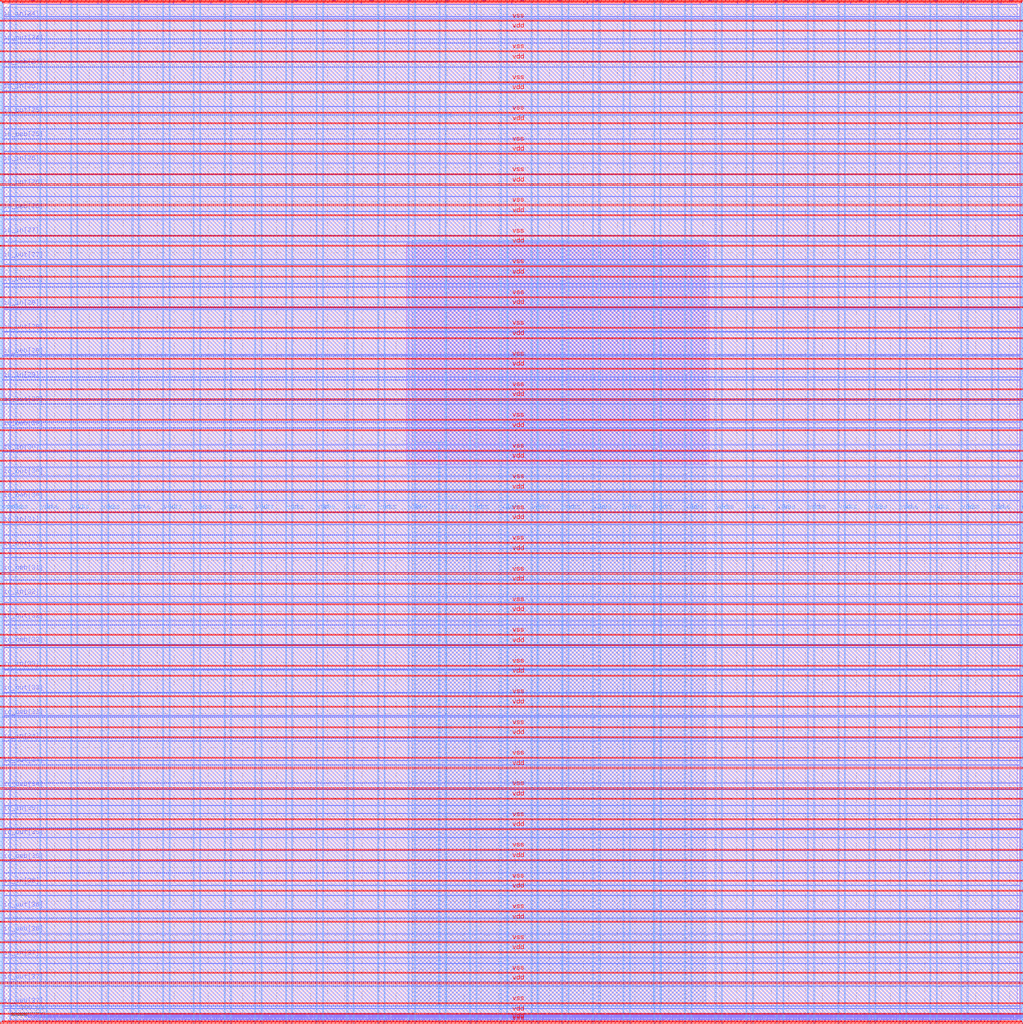
<source format=lef>
VERSION 5.7 ;
  NOWIREEXTENSIONATPIN ON ;
  DIVIDERCHAR "/" ;
  BUSBITCHARS "[]" ;
MACRO user_project_wrapper
  CLASS BLOCK ;
  FOREIGN user_project_wrapper ;
  ORIGIN 0.000 0.000 ;
  SIZE 2980.200 BY 2980.200 ;
  PIN io_in[0]
    DIRECTION INPUT ;
    USE SIGNAL ;
    PORT
      LAYER Metal3 ;
        RECT 2977.800 35.560 2985.000 36.680 ;
    END
  END io_in[0]
  PIN io_in[10]
    DIRECTION INPUT ;
    USE SIGNAL ;
    PORT
      LAYER Metal3 ;
        RECT 2977.800 2017.960 2985.000 2019.080 ;
    END
  END io_in[10]
  PIN io_in[11]
    DIRECTION INPUT ;
    USE SIGNAL ;
    PORT
      LAYER Metal3 ;
        RECT 2977.800 2216.200 2985.000 2217.320 ;
    END
  END io_in[11]
  PIN io_in[12]
    DIRECTION INPUT ;
    USE SIGNAL ;
    PORT
      LAYER Metal3 ;
        RECT 2977.800 2414.440 2985.000 2415.560 ;
    END
  END io_in[12]
  PIN io_in[13]
    DIRECTION INPUT ;
    USE SIGNAL ;
    PORT
      LAYER Metal3 ;
        RECT 2977.800 2612.680 2985.000 2613.800 ;
    END
  END io_in[13]
  PIN io_in[14]
    DIRECTION INPUT ;
    USE SIGNAL ;
    PORT
      LAYER Metal3 ;
        RECT 2977.800 2810.920 2985.000 2812.040 ;
    END
  END io_in[14]
  PIN io_in[15]
    DIRECTION INPUT ;
    USE SIGNAL ;
    PORT
      LAYER Metal2 ;
        RECT 2923.480 2977.800 2924.600 2985.000 ;
    END
  END io_in[15]
  PIN io_in[16]
    DIRECTION INPUT ;
    USE SIGNAL ;
    PORT
      LAYER Metal2 ;
        RECT 2592.520 2977.800 2593.640 2985.000 ;
    END
  END io_in[16]
  PIN io_in[17]
    DIRECTION INPUT ;
    USE SIGNAL ;
    PORT
      LAYER Metal2 ;
        RECT 2261.560 2977.800 2262.680 2985.000 ;
    END
  END io_in[17]
  PIN io_in[18]
    DIRECTION INPUT ;
    USE SIGNAL ;
    PORT
      LAYER Metal2 ;
        RECT 1930.600 2977.800 1931.720 2985.000 ;
    END
  END io_in[18]
  PIN io_in[19]
    DIRECTION INPUT ;
    USE SIGNAL ;
    PORT
      LAYER Metal2 ;
        RECT 1599.640 2977.800 1600.760 2985.000 ;
    END
  END io_in[19]
  PIN io_in[1]
    DIRECTION INPUT ;
    USE SIGNAL ;
    PORT
      LAYER Metal3 ;
        RECT 2977.800 233.800 2985.000 234.920 ;
    END
  END io_in[1]
  PIN io_in[20]
    DIRECTION INPUT ;
    USE SIGNAL ;
    PORT
      LAYER Metal2 ;
        RECT 1268.680 2977.800 1269.800 2985.000 ;
    END
  END io_in[20]
  PIN io_in[21]
    DIRECTION INPUT ;
    USE SIGNAL ;
    PORT
      LAYER Metal2 ;
        RECT 937.720 2977.800 938.840 2985.000 ;
    END
  END io_in[21]
  PIN io_in[22]
    DIRECTION INPUT ;
    USE SIGNAL ;
    PORT
      LAYER Metal2 ;
        RECT 606.760 2977.800 607.880 2985.000 ;
    END
  END io_in[22]
  PIN io_in[23]
    DIRECTION INPUT ;
    USE SIGNAL ;
    PORT
      LAYER Metal2 ;
        RECT 275.800 2977.800 276.920 2985.000 ;
    END
  END io_in[23]
  PIN io_in[24]
    DIRECTION INPUT ;
    USE SIGNAL ;
    PORT
      LAYER Metal3 ;
        RECT -4.800 2935.800 2.400 2936.920 ;
    END
  END io_in[24]
  PIN io_in[25]
    DIRECTION INPUT ;
    USE SIGNAL ;
    PORT
      LAYER Metal3 ;
        RECT -4.800 2724.120 2.400 2725.240 ;
    END
  END io_in[25]
  PIN io_in[26]
    DIRECTION INPUT ;
    USE SIGNAL ;
    PORT
      LAYER Metal3 ;
        RECT -4.800 2512.440 2.400 2513.560 ;
    END
  END io_in[26]
  PIN io_in[27]
    DIRECTION INPUT ;
    USE SIGNAL ;
    PORT
      LAYER Metal3 ;
        RECT -4.800 2300.760 2.400 2301.880 ;
    END
  END io_in[27]
  PIN io_in[28]
    DIRECTION INPUT ;
    USE SIGNAL ;
    PORT
      LAYER Metal3 ;
        RECT -4.800 2089.080 2.400 2090.200 ;
    END
  END io_in[28]
  PIN io_in[29]
    DIRECTION INPUT ;
    USE SIGNAL ;
    PORT
      LAYER Metal3 ;
        RECT -4.800 1877.400 2.400 1878.520 ;
    END
  END io_in[29]
  PIN io_in[2]
    DIRECTION INPUT ;
    USE SIGNAL ;
    PORT
      LAYER Metal3 ;
        RECT 2977.800 432.040 2985.000 433.160 ;
    END
  END io_in[2]
  PIN io_in[30]
    DIRECTION INPUT ;
    USE SIGNAL ;
    PORT
      LAYER Metal3 ;
        RECT -4.800 1665.720 2.400 1666.840 ;
    END
  END io_in[30]
  PIN io_in[31]
    DIRECTION INPUT ;
    USE SIGNAL ;
    PORT
      LAYER Metal3 ;
        RECT -4.800 1454.040 2.400 1455.160 ;
    END
  END io_in[31]
  PIN io_in[32]
    DIRECTION INPUT ;
    USE SIGNAL ;
    PORT
      LAYER Metal3 ;
        RECT -4.800 1242.360 2.400 1243.480 ;
    END
  END io_in[32]
  PIN io_in[33]
    DIRECTION INPUT ;
    USE SIGNAL ;
    PORT
      LAYER Metal3 ;
        RECT -4.800 1030.680 2.400 1031.800 ;
    END
  END io_in[33]
  PIN io_in[34]
    DIRECTION INPUT ;
    USE SIGNAL ;
    PORT
      LAYER Metal3 ;
        RECT -4.800 819.000 2.400 820.120 ;
    END
  END io_in[34]
  PIN io_in[35]
    DIRECTION INPUT ;
    USE SIGNAL ;
    PORT
      LAYER Metal3 ;
        RECT -4.800 607.320 2.400 608.440 ;
    END
  END io_in[35]
  PIN io_in[36]
    DIRECTION INPUT ;
    USE SIGNAL ;
    PORT
      LAYER Metal3 ;
        RECT -4.800 395.640 2.400 396.760 ;
    END
  END io_in[36]
  PIN io_in[37]
    DIRECTION INPUT ;
    USE SIGNAL ;
    PORT
      LAYER Metal3 ;
        RECT -4.800 183.960 2.400 185.080 ;
    END
  END io_in[37]
  PIN io_in[3]
    DIRECTION INPUT ;
    USE SIGNAL ;
    PORT
      LAYER Metal3 ;
        RECT 2977.800 630.280 2985.000 631.400 ;
    END
  END io_in[3]
  PIN io_in[4]
    DIRECTION INPUT ;
    USE SIGNAL ;
    PORT
      LAYER Metal3 ;
        RECT 2977.800 828.520 2985.000 829.640 ;
    END
  END io_in[4]
  PIN io_in[5]
    DIRECTION INPUT ;
    USE SIGNAL ;
    PORT
      LAYER Metal3 ;
        RECT 2977.800 1026.760 2985.000 1027.880 ;
    END
  END io_in[5]
  PIN io_in[6]
    DIRECTION INPUT ;
    USE SIGNAL ;
    PORT
      LAYER Metal3 ;
        RECT 2977.800 1225.000 2985.000 1226.120 ;
    END
  END io_in[6]
  PIN io_in[7]
    DIRECTION INPUT ;
    USE SIGNAL ;
    PORT
      LAYER Metal3 ;
        RECT 2977.800 1423.240 2985.000 1424.360 ;
    END
  END io_in[7]
  PIN io_in[8]
    DIRECTION INPUT ;
    USE SIGNAL ;
    PORT
      LAYER Metal3 ;
        RECT 2977.800 1621.480 2985.000 1622.600 ;
    END
  END io_in[8]
  PIN io_in[9]
    DIRECTION INPUT ;
    USE SIGNAL ;
    PORT
      LAYER Metal3 ;
        RECT 2977.800 1819.720 2985.000 1820.840 ;
    END
  END io_in[9]
  PIN io_oeb[0]
    DIRECTION OUTPUT TRISTATE ;
    USE SIGNAL ;
    PORT
      LAYER Metal3 ;
        RECT 2977.800 167.720 2985.000 168.840 ;
    END
  END io_oeb[0]
  PIN io_oeb[10]
    DIRECTION OUTPUT TRISTATE ;
    USE SIGNAL ;
    PORT
      LAYER Metal3 ;
        RECT 2977.800 2150.120 2985.000 2151.240 ;
    END
  END io_oeb[10]
  PIN io_oeb[11]
    DIRECTION OUTPUT TRISTATE ;
    USE SIGNAL ;
    PORT
      LAYER Metal3 ;
        RECT 2977.800 2348.360 2985.000 2349.480 ;
    END
  END io_oeb[11]
  PIN io_oeb[12]
    DIRECTION OUTPUT TRISTATE ;
    USE SIGNAL ;
    PORT
      LAYER Metal3 ;
        RECT 2977.800 2546.600 2985.000 2547.720 ;
    END
  END io_oeb[12]
  PIN io_oeb[13]
    DIRECTION OUTPUT TRISTATE ;
    USE SIGNAL ;
    PORT
      LAYER Metal3 ;
        RECT 2977.800 2744.840 2985.000 2745.960 ;
    END
  END io_oeb[13]
  PIN io_oeb[14]
    DIRECTION OUTPUT TRISTATE ;
    USE SIGNAL ;
    PORT
      LAYER Metal3 ;
        RECT 2977.800 2943.080 2985.000 2944.200 ;
    END
  END io_oeb[14]
  PIN io_oeb[15]
    DIRECTION OUTPUT TRISTATE ;
    USE SIGNAL ;
    PORT
      LAYER Metal2 ;
        RECT 2702.840 2977.800 2703.960 2985.000 ;
    END
  END io_oeb[15]
  PIN io_oeb[16]
    DIRECTION OUTPUT TRISTATE ;
    USE SIGNAL ;
    PORT
      LAYER Metal2 ;
        RECT 2371.880 2977.800 2373.000 2985.000 ;
    END
  END io_oeb[16]
  PIN io_oeb[17]
    DIRECTION OUTPUT TRISTATE ;
    USE SIGNAL ;
    PORT
      LAYER Metal2 ;
        RECT 2040.920 2977.800 2042.040 2985.000 ;
    END
  END io_oeb[17]
  PIN io_oeb[18]
    DIRECTION OUTPUT TRISTATE ;
    USE SIGNAL ;
    PORT
      LAYER Metal2 ;
        RECT 1709.960 2977.800 1711.080 2985.000 ;
    END
  END io_oeb[18]
  PIN io_oeb[19]
    DIRECTION OUTPUT TRISTATE ;
    USE SIGNAL ;
    PORT
      LAYER Metal2 ;
        RECT 1379.000 2977.800 1380.120 2985.000 ;
    END
  END io_oeb[19]
  PIN io_oeb[1]
    DIRECTION OUTPUT TRISTATE ;
    USE SIGNAL ;
    PORT
      LAYER Metal3 ;
        RECT 2977.800 365.960 2985.000 367.080 ;
    END
  END io_oeb[1]
  PIN io_oeb[20]
    DIRECTION OUTPUT TRISTATE ;
    USE SIGNAL ;
    PORT
      LAYER Metal2 ;
        RECT 1048.040 2977.800 1049.160 2985.000 ;
    END
  END io_oeb[20]
  PIN io_oeb[21]
    DIRECTION OUTPUT TRISTATE ;
    USE SIGNAL ;
    PORT
      LAYER Metal2 ;
        RECT 717.080 2977.800 718.200 2985.000 ;
    END
  END io_oeb[21]
  PIN io_oeb[22]
    DIRECTION OUTPUT TRISTATE ;
    USE SIGNAL ;
    PORT
      LAYER Metal2 ;
        RECT 386.120 2977.800 387.240 2985.000 ;
    END
  END io_oeb[22]
  PIN io_oeb[23]
    DIRECTION OUTPUT TRISTATE ;
    USE SIGNAL ;
    PORT
      LAYER Metal2 ;
        RECT 55.160 2977.800 56.280 2985.000 ;
    END
  END io_oeb[23]
  PIN io_oeb[24]
    DIRECTION OUTPUT TRISTATE ;
    USE SIGNAL ;
    PORT
      LAYER Metal3 ;
        RECT -4.800 2794.680 2.400 2795.800 ;
    END
  END io_oeb[24]
  PIN io_oeb[25]
    DIRECTION OUTPUT TRISTATE ;
    USE SIGNAL ;
    PORT
      LAYER Metal3 ;
        RECT -4.800 2583.000 2.400 2584.120 ;
    END
  END io_oeb[25]
  PIN io_oeb[26]
    DIRECTION OUTPUT TRISTATE ;
    USE SIGNAL ;
    PORT
      LAYER Metal3 ;
        RECT -4.800 2371.320 2.400 2372.440 ;
    END
  END io_oeb[26]
  PIN io_oeb[27]
    DIRECTION OUTPUT TRISTATE ;
    USE SIGNAL ;
    PORT
      LAYER Metal3 ;
        RECT -4.800 2159.640 2.400 2160.760 ;
    END
  END io_oeb[27]
  PIN io_oeb[28]
    DIRECTION OUTPUT TRISTATE ;
    USE SIGNAL ;
    PORT
      LAYER Metal3 ;
        RECT -4.800 1947.960 2.400 1949.080 ;
    END
  END io_oeb[28]
  PIN io_oeb[29]
    DIRECTION OUTPUT TRISTATE ;
    USE SIGNAL ;
    PORT
      LAYER Metal3 ;
        RECT -4.800 1736.280 2.400 1737.400 ;
    END
  END io_oeb[29]
  PIN io_oeb[2]
    DIRECTION OUTPUT TRISTATE ;
    USE SIGNAL ;
    PORT
      LAYER Metal3 ;
        RECT 2977.800 564.200 2985.000 565.320 ;
    END
  END io_oeb[2]
  PIN io_oeb[30]
    DIRECTION OUTPUT TRISTATE ;
    USE SIGNAL ;
    PORT
      LAYER Metal3 ;
        RECT -4.800 1524.600 2.400 1525.720 ;
    END
  END io_oeb[30]
  PIN io_oeb[31]
    DIRECTION OUTPUT TRISTATE ;
    USE SIGNAL ;
    PORT
      LAYER Metal3 ;
        RECT -4.800 1312.920 2.400 1314.040 ;
    END
  END io_oeb[31]
  PIN io_oeb[32]
    DIRECTION OUTPUT TRISTATE ;
    USE SIGNAL ;
    PORT
      LAYER Metal3 ;
        RECT -4.800 1101.240 2.400 1102.360 ;
    END
  END io_oeb[32]
  PIN io_oeb[33]
    DIRECTION OUTPUT TRISTATE ;
    USE SIGNAL ;
    PORT
      LAYER Metal3 ;
        RECT -4.800 889.560 2.400 890.680 ;
    END
  END io_oeb[33]
  PIN io_oeb[34]
    DIRECTION OUTPUT TRISTATE ;
    USE SIGNAL ;
    PORT
      LAYER Metal3 ;
        RECT -4.800 677.880 2.400 679.000 ;
    END
  END io_oeb[34]
  PIN io_oeb[35]
    DIRECTION OUTPUT TRISTATE ;
    USE SIGNAL ;
    PORT
      LAYER Metal3 ;
        RECT -4.800 466.200 2.400 467.320 ;
    END
  END io_oeb[35]
  PIN io_oeb[36]
    DIRECTION OUTPUT TRISTATE ;
    USE SIGNAL ;
    PORT
      LAYER Metal3 ;
        RECT -4.800 254.520 2.400 255.640 ;
    END
  END io_oeb[36]
  PIN io_oeb[37]
    DIRECTION OUTPUT TRISTATE ;
    USE SIGNAL ;
    PORT
      LAYER Metal3 ;
        RECT -4.800 42.840 2.400 43.960 ;
    END
  END io_oeb[37]
  PIN io_oeb[3]
    DIRECTION OUTPUT TRISTATE ;
    USE SIGNAL ;
    PORT
      LAYER Metal3 ;
        RECT 2977.800 762.440 2985.000 763.560 ;
    END
  END io_oeb[3]
  PIN io_oeb[4]
    DIRECTION OUTPUT TRISTATE ;
    USE SIGNAL ;
    PORT
      LAYER Metal3 ;
        RECT 2977.800 960.680 2985.000 961.800 ;
    END
  END io_oeb[4]
  PIN io_oeb[5]
    DIRECTION OUTPUT TRISTATE ;
    USE SIGNAL ;
    PORT
      LAYER Metal3 ;
        RECT 2977.800 1158.920 2985.000 1160.040 ;
    END
  END io_oeb[5]
  PIN io_oeb[6]
    DIRECTION OUTPUT TRISTATE ;
    USE SIGNAL ;
    PORT
      LAYER Metal3 ;
        RECT 2977.800 1357.160 2985.000 1358.280 ;
    END
  END io_oeb[6]
  PIN io_oeb[7]
    DIRECTION OUTPUT TRISTATE ;
    USE SIGNAL ;
    PORT
      LAYER Metal3 ;
        RECT 2977.800 1555.400 2985.000 1556.520 ;
    END
  END io_oeb[7]
  PIN io_oeb[8]
    DIRECTION OUTPUT TRISTATE ;
    USE SIGNAL ;
    PORT
      LAYER Metal3 ;
        RECT 2977.800 1753.640 2985.000 1754.760 ;
    END
  END io_oeb[8]
  PIN io_oeb[9]
    DIRECTION OUTPUT TRISTATE ;
    USE SIGNAL ;
    PORT
      LAYER Metal3 ;
        RECT 2977.800 1951.880 2985.000 1953.000 ;
    END
  END io_oeb[9]
  PIN io_out[0]
    DIRECTION OUTPUT TRISTATE ;
    USE SIGNAL ;
    PORT
      LAYER Metal3 ;
        RECT 2977.800 101.640 2985.000 102.760 ;
    END
  END io_out[0]
  PIN io_out[10]
    DIRECTION OUTPUT TRISTATE ;
    USE SIGNAL ;
    PORT
      LAYER Metal3 ;
        RECT 2977.800 2084.040 2985.000 2085.160 ;
    END
  END io_out[10]
  PIN io_out[11]
    DIRECTION OUTPUT TRISTATE ;
    USE SIGNAL ;
    PORT
      LAYER Metal3 ;
        RECT 2977.800 2282.280 2985.000 2283.400 ;
    END
  END io_out[11]
  PIN io_out[12]
    DIRECTION OUTPUT TRISTATE ;
    USE SIGNAL ;
    PORT
      LAYER Metal3 ;
        RECT 2977.800 2480.520 2985.000 2481.640 ;
    END
  END io_out[12]
  PIN io_out[13]
    DIRECTION OUTPUT TRISTATE ;
    USE SIGNAL ;
    PORT
      LAYER Metal3 ;
        RECT 2977.800 2678.760 2985.000 2679.880 ;
    END
  END io_out[13]
  PIN io_out[14]
    DIRECTION OUTPUT TRISTATE ;
    USE SIGNAL ;
    PORT
      LAYER Metal3 ;
        RECT 2977.800 2877.000 2985.000 2878.120 ;
    END
  END io_out[14]
  PIN io_out[15]
    DIRECTION OUTPUT TRISTATE ;
    USE SIGNAL ;
    PORT
      LAYER Metal2 ;
        RECT 2813.160 2977.800 2814.280 2985.000 ;
    END
  END io_out[15]
  PIN io_out[16]
    DIRECTION OUTPUT TRISTATE ;
    USE SIGNAL ;
    PORT
      LAYER Metal2 ;
        RECT 2482.200 2977.800 2483.320 2985.000 ;
    END
  END io_out[16]
  PIN io_out[17]
    DIRECTION OUTPUT TRISTATE ;
    USE SIGNAL ;
    PORT
      LAYER Metal2 ;
        RECT 2151.240 2977.800 2152.360 2985.000 ;
    END
  END io_out[17]
  PIN io_out[18]
    DIRECTION OUTPUT TRISTATE ;
    USE SIGNAL ;
    PORT
      LAYER Metal2 ;
        RECT 1820.280 2977.800 1821.400 2985.000 ;
    END
  END io_out[18]
  PIN io_out[19]
    DIRECTION OUTPUT TRISTATE ;
    USE SIGNAL ;
    PORT
      LAYER Metal2 ;
        RECT 1489.320 2977.800 1490.440 2985.000 ;
    END
  END io_out[19]
  PIN io_out[1]
    DIRECTION OUTPUT TRISTATE ;
    USE SIGNAL ;
    PORT
      LAYER Metal3 ;
        RECT 2977.800 299.880 2985.000 301.000 ;
    END
  END io_out[1]
  PIN io_out[20]
    DIRECTION OUTPUT TRISTATE ;
    USE SIGNAL ;
    PORT
      LAYER Metal2 ;
        RECT 1158.360 2977.800 1159.480 2985.000 ;
    END
  END io_out[20]
  PIN io_out[21]
    DIRECTION OUTPUT TRISTATE ;
    USE SIGNAL ;
    PORT
      LAYER Metal2 ;
        RECT 827.400 2977.800 828.520 2985.000 ;
    END
  END io_out[21]
  PIN io_out[22]
    DIRECTION OUTPUT TRISTATE ;
    USE SIGNAL ;
    PORT
      LAYER Metal2 ;
        RECT 496.440 2977.800 497.560 2985.000 ;
    END
  END io_out[22]
  PIN io_out[23]
    DIRECTION OUTPUT TRISTATE ;
    USE SIGNAL ;
    PORT
      LAYER Metal2 ;
        RECT 165.480 2977.800 166.600 2985.000 ;
    END
  END io_out[23]
  PIN io_out[24]
    DIRECTION OUTPUT TRISTATE ;
    USE SIGNAL ;
    PORT
      LAYER Metal3 ;
        RECT -4.800 2865.240 2.400 2866.360 ;
    END
  END io_out[24]
  PIN io_out[25]
    DIRECTION OUTPUT TRISTATE ;
    USE SIGNAL ;
    PORT
      LAYER Metal3 ;
        RECT -4.800 2653.560 2.400 2654.680 ;
    END
  END io_out[25]
  PIN io_out[26]
    DIRECTION OUTPUT TRISTATE ;
    USE SIGNAL ;
    PORT
      LAYER Metal3 ;
        RECT -4.800 2441.880 2.400 2443.000 ;
    END
  END io_out[26]
  PIN io_out[27]
    DIRECTION OUTPUT TRISTATE ;
    USE SIGNAL ;
    PORT
      LAYER Metal3 ;
        RECT -4.800 2230.200 2.400 2231.320 ;
    END
  END io_out[27]
  PIN io_out[28]
    DIRECTION OUTPUT TRISTATE ;
    USE SIGNAL ;
    PORT
      LAYER Metal3 ;
        RECT -4.800 2018.520 2.400 2019.640 ;
    END
  END io_out[28]
  PIN io_out[29]
    DIRECTION OUTPUT TRISTATE ;
    USE SIGNAL ;
    PORT
      LAYER Metal3 ;
        RECT -4.800 1806.840 2.400 1807.960 ;
    END
  END io_out[29]
  PIN io_out[2]
    DIRECTION OUTPUT TRISTATE ;
    USE SIGNAL ;
    PORT
      LAYER Metal3 ;
        RECT 2977.800 498.120 2985.000 499.240 ;
    END
  END io_out[2]
  PIN io_out[30]
    DIRECTION OUTPUT TRISTATE ;
    USE SIGNAL ;
    PORT
      LAYER Metal3 ;
        RECT -4.800 1595.160 2.400 1596.280 ;
    END
  END io_out[30]
  PIN io_out[31]
    DIRECTION OUTPUT TRISTATE ;
    USE SIGNAL ;
    PORT
      LAYER Metal3 ;
        RECT -4.800 1383.480 2.400 1384.600 ;
    END
  END io_out[31]
  PIN io_out[32]
    DIRECTION OUTPUT TRISTATE ;
    USE SIGNAL ;
    PORT
      LAYER Metal3 ;
        RECT -4.800 1171.800 2.400 1172.920 ;
    END
  END io_out[32]
  PIN io_out[33]
    DIRECTION OUTPUT TRISTATE ;
    USE SIGNAL ;
    PORT
      LAYER Metal3 ;
        RECT -4.800 960.120 2.400 961.240 ;
    END
  END io_out[33]
  PIN io_out[34]
    DIRECTION OUTPUT TRISTATE ;
    USE SIGNAL ;
    PORT
      LAYER Metal3 ;
        RECT -4.800 748.440 2.400 749.560 ;
    END
  END io_out[34]
  PIN io_out[35]
    DIRECTION OUTPUT TRISTATE ;
    USE SIGNAL ;
    PORT
      LAYER Metal3 ;
        RECT -4.800 536.760 2.400 537.880 ;
    END
  END io_out[35]
  PIN io_out[36]
    DIRECTION OUTPUT TRISTATE ;
    USE SIGNAL ;
    PORT
      LAYER Metal3 ;
        RECT -4.800 325.080 2.400 326.200 ;
    END
  END io_out[36]
  PIN io_out[37]
    DIRECTION OUTPUT TRISTATE ;
    USE SIGNAL ;
    PORT
      LAYER Metal3 ;
        RECT -4.800 113.400 2.400 114.520 ;
    END
  END io_out[37]
  PIN io_out[3]
    DIRECTION OUTPUT TRISTATE ;
    USE SIGNAL ;
    PORT
      LAYER Metal3 ;
        RECT 2977.800 696.360 2985.000 697.480 ;
    END
  END io_out[3]
  PIN io_out[4]
    DIRECTION OUTPUT TRISTATE ;
    USE SIGNAL ;
    PORT
      LAYER Metal3 ;
        RECT 2977.800 894.600 2985.000 895.720 ;
    END
  END io_out[4]
  PIN io_out[5]
    DIRECTION OUTPUT TRISTATE ;
    USE SIGNAL ;
    PORT
      LAYER Metal3 ;
        RECT 2977.800 1092.840 2985.000 1093.960 ;
    END
  END io_out[5]
  PIN io_out[6]
    DIRECTION OUTPUT TRISTATE ;
    USE SIGNAL ;
    PORT
      LAYER Metal3 ;
        RECT 2977.800 1291.080 2985.000 1292.200 ;
    END
  END io_out[6]
  PIN io_out[7]
    DIRECTION OUTPUT TRISTATE ;
    USE SIGNAL ;
    PORT
      LAYER Metal3 ;
        RECT 2977.800 1489.320 2985.000 1490.440 ;
    END
  END io_out[7]
  PIN io_out[8]
    DIRECTION OUTPUT TRISTATE ;
    USE SIGNAL ;
    PORT
      LAYER Metal3 ;
        RECT 2977.800 1687.560 2985.000 1688.680 ;
    END
  END io_out[8]
  PIN io_out[9]
    DIRECTION OUTPUT TRISTATE ;
    USE SIGNAL ;
    PORT
      LAYER Metal3 ;
        RECT 2977.800 1885.800 2985.000 1886.920 ;
    END
  END io_out[9]
  PIN la_data_in[0]
    DIRECTION INPUT ;
    USE SIGNAL ;
    PORT
      LAYER Metal2 ;
        RECT 1065.960 -4.800 1067.080 2.400 ;
    END
  END la_data_in[0]
  PIN la_data_in[10]
    DIRECTION INPUT ;
    USE SIGNAL ;
    PORT
      LAYER Metal2 ;
        RECT 1351.560 -4.800 1352.680 2.400 ;
    END
  END la_data_in[10]
  PIN la_data_in[11]
    DIRECTION INPUT ;
    USE SIGNAL ;
    PORT
      LAYER Metal2 ;
        RECT 1380.120 -4.800 1381.240 2.400 ;
    END
  END la_data_in[11]
  PIN la_data_in[12]
    DIRECTION INPUT ;
    USE SIGNAL ;
    PORT
      LAYER Metal2 ;
        RECT 1408.680 -4.800 1409.800 2.400 ;
    END
  END la_data_in[12]
  PIN la_data_in[13]
    DIRECTION INPUT ;
    USE SIGNAL ;
    PORT
      LAYER Metal2 ;
        RECT 1437.240 -4.800 1438.360 2.400 ;
    END
  END la_data_in[13]
  PIN la_data_in[14]
    DIRECTION INPUT ;
    USE SIGNAL ;
    PORT
      LAYER Metal2 ;
        RECT 1465.800 -4.800 1466.920 2.400 ;
    END
  END la_data_in[14]
  PIN la_data_in[15]
    DIRECTION INPUT ;
    USE SIGNAL ;
    PORT
      LAYER Metal2 ;
        RECT 1494.360 -4.800 1495.480 2.400 ;
    END
  END la_data_in[15]
  PIN la_data_in[16]
    DIRECTION INPUT ;
    USE SIGNAL ;
    PORT
      LAYER Metal2 ;
        RECT 1522.920 -4.800 1524.040 2.400 ;
    END
  END la_data_in[16]
  PIN la_data_in[17]
    DIRECTION INPUT ;
    USE SIGNAL ;
    PORT
      LAYER Metal2 ;
        RECT 1551.480 -4.800 1552.600 2.400 ;
    END
  END la_data_in[17]
  PIN la_data_in[18]
    DIRECTION INPUT ;
    USE SIGNAL ;
    PORT
      LAYER Metal2 ;
        RECT 1580.040 -4.800 1581.160 2.400 ;
    END
  END la_data_in[18]
  PIN la_data_in[19]
    DIRECTION INPUT ;
    USE SIGNAL ;
    PORT
      LAYER Metal2 ;
        RECT 1608.600 -4.800 1609.720 2.400 ;
    END
  END la_data_in[19]
  PIN la_data_in[1]
    DIRECTION INPUT ;
    USE SIGNAL ;
    PORT
      LAYER Metal2 ;
        RECT 1094.520 -4.800 1095.640 2.400 ;
    END
  END la_data_in[1]
  PIN la_data_in[20]
    DIRECTION INPUT ;
    USE SIGNAL ;
    PORT
      LAYER Metal2 ;
        RECT 1637.160 -4.800 1638.280 2.400 ;
    END
  END la_data_in[20]
  PIN la_data_in[21]
    DIRECTION INPUT ;
    USE SIGNAL ;
    PORT
      LAYER Metal2 ;
        RECT 1665.720 -4.800 1666.840 2.400 ;
    END
  END la_data_in[21]
  PIN la_data_in[22]
    DIRECTION INPUT ;
    USE SIGNAL ;
    PORT
      LAYER Metal2 ;
        RECT 1694.280 -4.800 1695.400 2.400 ;
    END
  END la_data_in[22]
  PIN la_data_in[23]
    DIRECTION INPUT ;
    USE SIGNAL ;
    PORT
      LAYER Metal2 ;
        RECT 1722.840 -4.800 1723.960 2.400 ;
    END
  END la_data_in[23]
  PIN la_data_in[24]
    DIRECTION INPUT ;
    USE SIGNAL ;
    PORT
      LAYER Metal2 ;
        RECT 1751.400 -4.800 1752.520 2.400 ;
    END
  END la_data_in[24]
  PIN la_data_in[25]
    DIRECTION INPUT ;
    USE SIGNAL ;
    PORT
      LAYER Metal2 ;
        RECT 1779.960 -4.800 1781.080 2.400 ;
    END
  END la_data_in[25]
  PIN la_data_in[26]
    DIRECTION INPUT ;
    USE SIGNAL ;
    PORT
      LAYER Metal2 ;
        RECT 1808.520 -4.800 1809.640 2.400 ;
    END
  END la_data_in[26]
  PIN la_data_in[27]
    DIRECTION INPUT ;
    USE SIGNAL ;
    PORT
      LAYER Metal2 ;
        RECT 1837.080 -4.800 1838.200 2.400 ;
    END
  END la_data_in[27]
  PIN la_data_in[28]
    DIRECTION INPUT ;
    USE SIGNAL ;
    PORT
      LAYER Metal2 ;
        RECT 1865.640 -4.800 1866.760 2.400 ;
    END
  END la_data_in[28]
  PIN la_data_in[29]
    DIRECTION INPUT ;
    USE SIGNAL ;
    PORT
      LAYER Metal2 ;
        RECT 1894.200 -4.800 1895.320 2.400 ;
    END
  END la_data_in[29]
  PIN la_data_in[2]
    DIRECTION INPUT ;
    USE SIGNAL ;
    PORT
      LAYER Metal2 ;
        RECT 1123.080 -4.800 1124.200 2.400 ;
    END
  END la_data_in[2]
  PIN la_data_in[30]
    DIRECTION INPUT ;
    USE SIGNAL ;
    PORT
      LAYER Metal2 ;
        RECT 1922.760 -4.800 1923.880 2.400 ;
    END
  END la_data_in[30]
  PIN la_data_in[31]
    DIRECTION INPUT ;
    USE SIGNAL ;
    PORT
      LAYER Metal2 ;
        RECT 1951.320 -4.800 1952.440 2.400 ;
    END
  END la_data_in[31]
  PIN la_data_in[32]
    DIRECTION INPUT ;
    USE SIGNAL ;
    PORT
      LAYER Metal2 ;
        RECT 1979.880 -4.800 1981.000 2.400 ;
    END
  END la_data_in[32]
  PIN la_data_in[33]
    DIRECTION INPUT ;
    USE SIGNAL ;
    PORT
      LAYER Metal2 ;
        RECT 2008.440 -4.800 2009.560 2.400 ;
    END
  END la_data_in[33]
  PIN la_data_in[34]
    DIRECTION INPUT ;
    USE SIGNAL ;
    PORT
      LAYER Metal2 ;
        RECT 2037.000 -4.800 2038.120 2.400 ;
    END
  END la_data_in[34]
  PIN la_data_in[35]
    DIRECTION INPUT ;
    USE SIGNAL ;
    PORT
      LAYER Metal2 ;
        RECT 2065.560 -4.800 2066.680 2.400 ;
    END
  END la_data_in[35]
  PIN la_data_in[36]
    DIRECTION INPUT ;
    USE SIGNAL ;
    PORT
      LAYER Metal2 ;
        RECT 2094.120 -4.800 2095.240 2.400 ;
    END
  END la_data_in[36]
  PIN la_data_in[37]
    DIRECTION INPUT ;
    USE SIGNAL ;
    PORT
      LAYER Metal2 ;
        RECT 2122.680 -4.800 2123.800 2.400 ;
    END
  END la_data_in[37]
  PIN la_data_in[38]
    DIRECTION INPUT ;
    USE SIGNAL ;
    PORT
      LAYER Metal2 ;
        RECT 2151.240 -4.800 2152.360 2.400 ;
    END
  END la_data_in[38]
  PIN la_data_in[39]
    DIRECTION INPUT ;
    USE SIGNAL ;
    PORT
      LAYER Metal2 ;
        RECT 2179.800 -4.800 2180.920 2.400 ;
    END
  END la_data_in[39]
  PIN la_data_in[3]
    DIRECTION INPUT ;
    USE SIGNAL ;
    PORT
      LAYER Metal2 ;
        RECT 1151.640 -4.800 1152.760 2.400 ;
    END
  END la_data_in[3]
  PIN la_data_in[40]
    DIRECTION INPUT ;
    USE SIGNAL ;
    PORT
      LAYER Metal2 ;
        RECT 2208.360 -4.800 2209.480 2.400 ;
    END
  END la_data_in[40]
  PIN la_data_in[41]
    DIRECTION INPUT ;
    USE SIGNAL ;
    PORT
      LAYER Metal2 ;
        RECT 2236.920 -4.800 2238.040 2.400 ;
    END
  END la_data_in[41]
  PIN la_data_in[42]
    DIRECTION INPUT ;
    USE SIGNAL ;
    PORT
      LAYER Metal2 ;
        RECT 2265.480 -4.800 2266.600 2.400 ;
    END
  END la_data_in[42]
  PIN la_data_in[43]
    DIRECTION INPUT ;
    USE SIGNAL ;
    PORT
      LAYER Metal2 ;
        RECT 2294.040 -4.800 2295.160 2.400 ;
    END
  END la_data_in[43]
  PIN la_data_in[44]
    DIRECTION INPUT ;
    USE SIGNAL ;
    PORT
      LAYER Metal2 ;
        RECT 2322.600 -4.800 2323.720 2.400 ;
    END
  END la_data_in[44]
  PIN la_data_in[45]
    DIRECTION INPUT ;
    USE SIGNAL ;
    PORT
      LAYER Metal2 ;
        RECT 2351.160 -4.800 2352.280 2.400 ;
    END
  END la_data_in[45]
  PIN la_data_in[46]
    DIRECTION INPUT ;
    USE SIGNAL ;
    PORT
      LAYER Metal2 ;
        RECT 2379.720 -4.800 2380.840 2.400 ;
    END
  END la_data_in[46]
  PIN la_data_in[47]
    DIRECTION INPUT ;
    USE SIGNAL ;
    PORT
      LAYER Metal2 ;
        RECT 2408.280 -4.800 2409.400 2.400 ;
    END
  END la_data_in[47]
  PIN la_data_in[48]
    DIRECTION INPUT ;
    USE SIGNAL ;
    PORT
      LAYER Metal2 ;
        RECT 2436.840 -4.800 2437.960 2.400 ;
    END
  END la_data_in[48]
  PIN la_data_in[49]
    DIRECTION INPUT ;
    USE SIGNAL ;
    PORT
      LAYER Metal2 ;
        RECT 2465.400 -4.800 2466.520 2.400 ;
    END
  END la_data_in[49]
  PIN la_data_in[4]
    DIRECTION INPUT ;
    USE SIGNAL ;
    PORT
      LAYER Metal2 ;
        RECT 1180.200 -4.800 1181.320 2.400 ;
    END
  END la_data_in[4]
  PIN la_data_in[50]
    DIRECTION INPUT ;
    USE SIGNAL ;
    PORT
      LAYER Metal2 ;
        RECT 2493.960 -4.800 2495.080 2.400 ;
    END
  END la_data_in[50]
  PIN la_data_in[51]
    DIRECTION INPUT ;
    USE SIGNAL ;
    PORT
      LAYER Metal2 ;
        RECT 2522.520 -4.800 2523.640 2.400 ;
    END
  END la_data_in[51]
  PIN la_data_in[52]
    DIRECTION INPUT ;
    USE SIGNAL ;
    PORT
      LAYER Metal2 ;
        RECT 2551.080 -4.800 2552.200 2.400 ;
    END
  END la_data_in[52]
  PIN la_data_in[53]
    DIRECTION INPUT ;
    USE SIGNAL ;
    PORT
      LAYER Metal2 ;
        RECT 2579.640 -4.800 2580.760 2.400 ;
    END
  END la_data_in[53]
  PIN la_data_in[54]
    DIRECTION INPUT ;
    USE SIGNAL ;
    PORT
      LAYER Metal2 ;
        RECT 2608.200 -4.800 2609.320 2.400 ;
    END
  END la_data_in[54]
  PIN la_data_in[55]
    DIRECTION INPUT ;
    USE SIGNAL ;
    PORT
      LAYER Metal2 ;
        RECT 2636.760 -4.800 2637.880 2.400 ;
    END
  END la_data_in[55]
  PIN la_data_in[56]
    DIRECTION INPUT ;
    USE SIGNAL ;
    PORT
      LAYER Metal2 ;
        RECT 2665.320 -4.800 2666.440 2.400 ;
    END
  END la_data_in[56]
  PIN la_data_in[57]
    DIRECTION INPUT ;
    USE SIGNAL ;
    PORT
      LAYER Metal2 ;
        RECT 2693.880 -4.800 2695.000 2.400 ;
    END
  END la_data_in[57]
  PIN la_data_in[58]
    DIRECTION INPUT ;
    USE SIGNAL ;
    PORT
      LAYER Metal2 ;
        RECT 2722.440 -4.800 2723.560 2.400 ;
    END
  END la_data_in[58]
  PIN la_data_in[59]
    DIRECTION INPUT ;
    USE SIGNAL ;
    PORT
      LAYER Metal2 ;
        RECT 2751.000 -4.800 2752.120 2.400 ;
    END
  END la_data_in[59]
  PIN la_data_in[5]
    DIRECTION INPUT ;
    USE SIGNAL ;
    PORT
      LAYER Metal2 ;
        RECT 1208.760 -4.800 1209.880 2.400 ;
    END
  END la_data_in[5]
  PIN la_data_in[60]
    DIRECTION INPUT ;
    USE SIGNAL ;
    PORT
      LAYER Metal2 ;
        RECT 2779.560 -4.800 2780.680 2.400 ;
    END
  END la_data_in[60]
  PIN la_data_in[61]
    DIRECTION INPUT ;
    USE SIGNAL ;
    PORT
      LAYER Metal2 ;
        RECT 2808.120 -4.800 2809.240 2.400 ;
    END
  END la_data_in[61]
  PIN la_data_in[62]
    DIRECTION INPUT ;
    USE SIGNAL ;
    PORT
      LAYER Metal2 ;
        RECT 2836.680 -4.800 2837.800 2.400 ;
    END
  END la_data_in[62]
  PIN la_data_in[63]
    DIRECTION INPUT ;
    USE SIGNAL ;
    PORT
      LAYER Metal2 ;
        RECT 2865.240 -4.800 2866.360 2.400 ;
    END
  END la_data_in[63]
  PIN la_data_in[6]
    DIRECTION INPUT ;
    USE SIGNAL ;
    PORT
      LAYER Metal2 ;
        RECT 1237.320 -4.800 1238.440 2.400 ;
    END
  END la_data_in[6]
  PIN la_data_in[7]
    DIRECTION INPUT ;
    USE SIGNAL ;
    PORT
      LAYER Metal2 ;
        RECT 1265.880 -4.800 1267.000 2.400 ;
    END
  END la_data_in[7]
  PIN la_data_in[8]
    DIRECTION INPUT ;
    USE SIGNAL ;
    PORT
      LAYER Metal2 ;
        RECT 1294.440 -4.800 1295.560 2.400 ;
    END
  END la_data_in[8]
  PIN la_data_in[9]
    DIRECTION INPUT ;
    USE SIGNAL ;
    PORT
      LAYER Metal2 ;
        RECT 1323.000 -4.800 1324.120 2.400 ;
    END
  END la_data_in[9]
  PIN la_data_out[0]
    DIRECTION OUTPUT TRISTATE ;
    USE SIGNAL ;
    PORT
      LAYER Metal2 ;
        RECT 1075.480 -4.800 1076.600 2.400 ;
    END
  END la_data_out[0]
  PIN la_data_out[10]
    DIRECTION OUTPUT TRISTATE ;
    USE SIGNAL ;
    PORT
      LAYER Metal2 ;
        RECT 1361.080 -4.800 1362.200 2.400 ;
    END
  END la_data_out[10]
  PIN la_data_out[11]
    DIRECTION OUTPUT TRISTATE ;
    USE SIGNAL ;
    PORT
      LAYER Metal2 ;
        RECT 1389.640 -4.800 1390.760 2.400 ;
    END
  END la_data_out[11]
  PIN la_data_out[12]
    DIRECTION OUTPUT TRISTATE ;
    USE SIGNAL ;
    PORT
      LAYER Metal2 ;
        RECT 1418.200 -4.800 1419.320 2.400 ;
    END
  END la_data_out[12]
  PIN la_data_out[13]
    DIRECTION OUTPUT TRISTATE ;
    USE SIGNAL ;
    PORT
      LAYER Metal2 ;
        RECT 1446.760 -4.800 1447.880 2.400 ;
    END
  END la_data_out[13]
  PIN la_data_out[14]
    DIRECTION OUTPUT TRISTATE ;
    USE SIGNAL ;
    PORT
      LAYER Metal2 ;
        RECT 1475.320 -4.800 1476.440 2.400 ;
    END
  END la_data_out[14]
  PIN la_data_out[15]
    DIRECTION OUTPUT TRISTATE ;
    USE SIGNAL ;
    PORT
      LAYER Metal2 ;
        RECT 1503.880 -4.800 1505.000 2.400 ;
    END
  END la_data_out[15]
  PIN la_data_out[16]
    DIRECTION OUTPUT TRISTATE ;
    USE SIGNAL ;
    PORT
      LAYER Metal2 ;
        RECT 1532.440 -4.800 1533.560 2.400 ;
    END
  END la_data_out[16]
  PIN la_data_out[17]
    DIRECTION OUTPUT TRISTATE ;
    USE SIGNAL ;
    PORT
      LAYER Metal2 ;
        RECT 1561.000 -4.800 1562.120 2.400 ;
    END
  END la_data_out[17]
  PIN la_data_out[18]
    DIRECTION OUTPUT TRISTATE ;
    USE SIGNAL ;
    PORT
      LAYER Metal2 ;
        RECT 1589.560 -4.800 1590.680 2.400 ;
    END
  END la_data_out[18]
  PIN la_data_out[19]
    DIRECTION OUTPUT TRISTATE ;
    USE SIGNAL ;
    PORT
      LAYER Metal2 ;
        RECT 1618.120 -4.800 1619.240 2.400 ;
    END
  END la_data_out[19]
  PIN la_data_out[1]
    DIRECTION OUTPUT TRISTATE ;
    USE SIGNAL ;
    PORT
      LAYER Metal2 ;
        RECT 1104.040 -4.800 1105.160 2.400 ;
    END
  END la_data_out[1]
  PIN la_data_out[20]
    DIRECTION OUTPUT TRISTATE ;
    USE SIGNAL ;
    PORT
      LAYER Metal2 ;
        RECT 1646.680 -4.800 1647.800 2.400 ;
    END
  END la_data_out[20]
  PIN la_data_out[21]
    DIRECTION OUTPUT TRISTATE ;
    USE SIGNAL ;
    PORT
      LAYER Metal2 ;
        RECT 1675.240 -4.800 1676.360 2.400 ;
    END
  END la_data_out[21]
  PIN la_data_out[22]
    DIRECTION OUTPUT TRISTATE ;
    USE SIGNAL ;
    PORT
      LAYER Metal2 ;
        RECT 1703.800 -4.800 1704.920 2.400 ;
    END
  END la_data_out[22]
  PIN la_data_out[23]
    DIRECTION OUTPUT TRISTATE ;
    USE SIGNAL ;
    PORT
      LAYER Metal2 ;
        RECT 1732.360 -4.800 1733.480 2.400 ;
    END
  END la_data_out[23]
  PIN la_data_out[24]
    DIRECTION OUTPUT TRISTATE ;
    USE SIGNAL ;
    PORT
      LAYER Metal2 ;
        RECT 1760.920 -4.800 1762.040 2.400 ;
    END
  END la_data_out[24]
  PIN la_data_out[25]
    DIRECTION OUTPUT TRISTATE ;
    USE SIGNAL ;
    PORT
      LAYER Metal2 ;
        RECT 1789.480 -4.800 1790.600 2.400 ;
    END
  END la_data_out[25]
  PIN la_data_out[26]
    DIRECTION OUTPUT TRISTATE ;
    USE SIGNAL ;
    PORT
      LAYER Metal2 ;
        RECT 1818.040 -4.800 1819.160 2.400 ;
    END
  END la_data_out[26]
  PIN la_data_out[27]
    DIRECTION OUTPUT TRISTATE ;
    USE SIGNAL ;
    PORT
      LAYER Metal2 ;
        RECT 1846.600 -4.800 1847.720 2.400 ;
    END
  END la_data_out[27]
  PIN la_data_out[28]
    DIRECTION OUTPUT TRISTATE ;
    USE SIGNAL ;
    PORT
      LAYER Metal2 ;
        RECT 1875.160 -4.800 1876.280 2.400 ;
    END
  END la_data_out[28]
  PIN la_data_out[29]
    DIRECTION OUTPUT TRISTATE ;
    USE SIGNAL ;
    PORT
      LAYER Metal2 ;
        RECT 1903.720 -4.800 1904.840 2.400 ;
    END
  END la_data_out[29]
  PIN la_data_out[2]
    DIRECTION OUTPUT TRISTATE ;
    USE SIGNAL ;
    PORT
      LAYER Metal2 ;
        RECT 1132.600 -4.800 1133.720 2.400 ;
    END
  END la_data_out[2]
  PIN la_data_out[30]
    DIRECTION OUTPUT TRISTATE ;
    USE SIGNAL ;
    PORT
      LAYER Metal2 ;
        RECT 1932.280 -4.800 1933.400 2.400 ;
    END
  END la_data_out[30]
  PIN la_data_out[31]
    DIRECTION OUTPUT TRISTATE ;
    USE SIGNAL ;
    PORT
      LAYER Metal2 ;
        RECT 1960.840 -4.800 1961.960 2.400 ;
    END
  END la_data_out[31]
  PIN la_data_out[32]
    DIRECTION OUTPUT TRISTATE ;
    USE SIGNAL ;
    PORT
      LAYER Metal2 ;
        RECT 1989.400 -4.800 1990.520 2.400 ;
    END
  END la_data_out[32]
  PIN la_data_out[33]
    DIRECTION OUTPUT TRISTATE ;
    USE SIGNAL ;
    PORT
      LAYER Metal2 ;
        RECT 2017.960 -4.800 2019.080 2.400 ;
    END
  END la_data_out[33]
  PIN la_data_out[34]
    DIRECTION OUTPUT TRISTATE ;
    USE SIGNAL ;
    PORT
      LAYER Metal2 ;
        RECT 2046.520 -4.800 2047.640 2.400 ;
    END
  END la_data_out[34]
  PIN la_data_out[35]
    DIRECTION OUTPUT TRISTATE ;
    USE SIGNAL ;
    PORT
      LAYER Metal2 ;
        RECT 2075.080 -4.800 2076.200 2.400 ;
    END
  END la_data_out[35]
  PIN la_data_out[36]
    DIRECTION OUTPUT TRISTATE ;
    USE SIGNAL ;
    PORT
      LAYER Metal2 ;
        RECT 2103.640 -4.800 2104.760 2.400 ;
    END
  END la_data_out[36]
  PIN la_data_out[37]
    DIRECTION OUTPUT TRISTATE ;
    USE SIGNAL ;
    PORT
      LAYER Metal2 ;
        RECT 2132.200 -4.800 2133.320 2.400 ;
    END
  END la_data_out[37]
  PIN la_data_out[38]
    DIRECTION OUTPUT TRISTATE ;
    USE SIGNAL ;
    PORT
      LAYER Metal2 ;
        RECT 2160.760 -4.800 2161.880 2.400 ;
    END
  END la_data_out[38]
  PIN la_data_out[39]
    DIRECTION OUTPUT TRISTATE ;
    USE SIGNAL ;
    PORT
      LAYER Metal2 ;
        RECT 2189.320 -4.800 2190.440 2.400 ;
    END
  END la_data_out[39]
  PIN la_data_out[3]
    DIRECTION OUTPUT TRISTATE ;
    USE SIGNAL ;
    PORT
      LAYER Metal2 ;
        RECT 1161.160 -4.800 1162.280 2.400 ;
    END
  END la_data_out[3]
  PIN la_data_out[40]
    DIRECTION OUTPUT TRISTATE ;
    USE SIGNAL ;
    PORT
      LAYER Metal2 ;
        RECT 2217.880 -4.800 2219.000 2.400 ;
    END
  END la_data_out[40]
  PIN la_data_out[41]
    DIRECTION OUTPUT TRISTATE ;
    USE SIGNAL ;
    PORT
      LAYER Metal2 ;
        RECT 2246.440 -4.800 2247.560 2.400 ;
    END
  END la_data_out[41]
  PIN la_data_out[42]
    DIRECTION OUTPUT TRISTATE ;
    USE SIGNAL ;
    PORT
      LAYER Metal2 ;
        RECT 2275.000 -4.800 2276.120 2.400 ;
    END
  END la_data_out[42]
  PIN la_data_out[43]
    DIRECTION OUTPUT TRISTATE ;
    USE SIGNAL ;
    PORT
      LAYER Metal2 ;
        RECT 2303.560 -4.800 2304.680 2.400 ;
    END
  END la_data_out[43]
  PIN la_data_out[44]
    DIRECTION OUTPUT TRISTATE ;
    USE SIGNAL ;
    PORT
      LAYER Metal2 ;
        RECT 2332.120 -4.800 2333.240 2.400 ;
    END
  END la_data_out[44]
  PIN la_data_out[45]
    DIRECTION OUTPUT TRISTATE ;
    USE SIGNAL ;
    PORT
      LAYER Metal2 ;
        RECT 2360.680 -4.800 2361.800 2.400 ;
    END
  END la_data_out[45]
  PIN la_data_out[46]
    DIRECTION OUTPUT TRISTATE ;
    USE SIGNAL ;
    PORT
      LAYER Metal2 ;
        RECT 2389.240 -4.800 2390.360 2.400 ;
    END
  END la_data_out[46]
  PIN la_data_out[47]
    DIRECTION OUTPUT TRISTATE ;
    USE SIGNAL ;
    PORT
      LAYER Metal2 ;
        RECT 2417.800 -4.800 2418.920 2.400 ;
    END
  END la_data_out[47]
  PIN la_data_out[48]
    DIRECTION OUTPUT TRISTATE ;
    USE SIGNAL ;
    PORT
      LAYER Metal2 ;
        RECT 2446.360 -4.800 2447.480 2.400 ;
    END
  END la_data_out[48]
  PIN la_data_out[49]
    DIRECTION OUTPUT TRISTATE ;
    USE SIGNAL ;
    PORT
      LAYER Metal2 ;
        RECT 2474.920 -4.800 2476.040 2.400 ;
    END
  END la_data_out[49]
  PIN la_data_out[4]
    DIRECTION OUTPUT TRISTATE ;
    USE SIGNAL ;
    PORT
      LAYER Metal2 ;
        RECT 1189.720 -4.800 1190.840 2.400 ;
    END
  END la_data_out[4]
  PIN la_data_out[50]
    DIRECTION OUTPUT TRISTATE ;
    USE SIGNAL ;
    PORT
      LAYER Metal2 ;
        RECT 2503.480 -4.800 2504.600 2.400 ;
    END
  END la_data_out[50]
  PIN la_data_out[51]
    DIRECTION OUTPUT TRISTATE ;
    USE SIGNAL ;
    PORT
      LAYER Metal2 ;
        RECT 2532.040 -4.800 2533.160 2.400 ;
    END
  END la_data_out[51]
  PIN la_data_out[52]
    DIRECTION OUTPUT TRISTATE ;
    USE SIGNAL ;
    PORT
      LAYER Metal2 ;
        RECT 2560.600 -4.800 2561.720 2.400 ;
    END
  END la_data_out[52]
  PIN la_data_out[53]
    DIRECTION OUTPUT TRISTATE ;
    USE SIGNAL ;
    PORT
      LAYER Metal2 ;
        RECT 2589.160 -4.800 2590.280 2.400 ;
    END
  END la_data_out[53]
  PIN la_data_out[54]
    DIRECTION OUTPUT TRISTATE ;
    USE SIGNAL ;
    PORT
      LAYER Metal2 ;
        RECT 2617.720 -4.800 2618.840 2.400 ;
    END
  END la_data_out[54]
  PIN la_data_out[55]
    DIRECTION OUTPUT TRISTATE ;
    USE SIGNAL ;
    PORT
      LAYER Metal2 ;
        RECT 2646.280 -4.800 2647.400 2.400 ;
    END
  END la_data_out[55]
  PIN la_data_out[56]
    DIRECTION OUTPUT TRISTATE ;
    USE SIGNAL ;
    PORT
      LAYER Metal2 ;
        RECT 2674.840 -4.800 2675.960 2.400 ;
    END
  END la_data_out[56]
  PIN la_data_out[57]
    DIRECTION OUTPUT TRISTATE ;
    USE SIGNAL ;
    PORT
      LAYER Metal2 ;
        RECT 2703.400 -4.800 2704.520 2.400 ;
    END
  END la_data_out[57]
  PIN la_data_out[58]
    DIRECTION OUTPUT TRISTATE ;
    USE SIGNAL ;
    PORT
      LAYER Metal2 ;
        RECT 2731.960 -4.800 2733.080 2.400 ;
    END
  END la_data_out[58]
  PIN la_data_out[59]
    DIRECTION OUTPUT TRISTATE ;
    USE SIGNAL ;
    PORT
      LAYER Metal2 ;
        RECT 2760.520 -4.800 2761.640 2.400 ;
    END
  END la_data_out[59]
  PIN la_data_out[5]
    DIRECTION OUTPUT TRISTATE ;
    USE SIGNAL ;
    PORT
      LAYER Metal2 ;
        RECT 1218.280 -4.800 1219.400 2.400 ;
    END
  END la_data_out[5]
  PIN la_data_out[60]
    DIRECTION OUTPUT TRISTATE ;
    USE SIGNAL ;
    PORT
      LAYER Metal2 ;
        RECT 2789.080 -4.800 2790.200 2.400 ;
    END
  END la_data_out[60]
  PIN la_data_out[61]
    DIRECTION OUTPUT TRISTATE ;
    USE SIGNAL ;
    PORT
      LAYER Metal2 ;
        RECT 2817.640 -4.800 2818.760 2.400 ;
    END
  END la_data_out[61]
  PIN la_data_out[62]
    DIRECTION OUTPUT TRISTATE ;
    USE SIGNAL ;
    PORT
      LAYER Metal2 ;
        RECT 2846.200 -4.800 2847.320 2.400 ;
    END
  END la_data_out[62]
  PIN la_data_out[63]
    DIRECTION OUTPUT TRISTATE ;
    USE SIGNAL ;
    PORT
      LAYER Metal2 ;
        RECT 2874.760 -4.800 2875.880 2.400 ;
    END
  END la_data_out[63]
  PIN la_data_out[6]
    DIRECTION OUTPUT TRISTATE ;
    USE SIGNAL ;
    PORT
      LAYER Metal2 ;
        RECT 1246.840 -4.800 1247.960 2.400 ;
    END
  END la_data_out[6]
  PIN la_data_out[7]
    DIRECTION OUTPUT TRISTATE ;
    USE SIGNAL ;
    PORT
      LAYER Metal2 ;
        RECT 1275.400 -4.800 1276.520 2.400 ;
    END
  END la_data_out[7]
  PIN la_data_out[8]
    DIRECTION OUTPUT TRISTATE ;
    USE SIGNAL ;
    PORT
      LAYER Metal2 ;
        RECT 1303.960 -4.800 1305.080 2.400 ;
    END
  END la_data_out[8]
  PIN la_data_out[9]
    DIRECTION OUTPUT TRISTATE ;
    USE SIGNAL ;
    PORT
      LAYER Metal2 ;
        RECT 1332.520 -4.800 1333.640 2.400 ;
    END
  END la_data_out[9]
  PIN la_oenb[0]
    DIRECTION INPUT ;
    USE SIGNAL ;
    PORT
      LAYER Metal2 ;
        RECT 1085.000 -4.800 1086.120 2.400 ;
    END
  END la_oenb[0]
  PIN la_oenb[10]
    DIRECTION INPUT ;
    USE SIGNAL ;
    PORT
      LAYER Metal2 ;
        RECT 1370.600 -4.800 1371.720 2.400 ;
    END
  END la_oenb[10]
  PIN la_oenb[11]
    DIRECTION INPUT ;
    USE SIGNAL ;
    PORT
      LAYER Metal2 ;
        RECT 1399.160 -4.800 1400.280 2.400 ;
    END
  END la_oenb[11]
  PIN la_oenb[12]
    DIRECTION INPUT ;
    USE SIGNAL ;
    PORT
      LAYER Metal2 ;
        RECT 1427.720 -4.800 1428.840 2.400 ;
    END
  END la_oenb[12]
  PIN la_oenb[13]
    DIRECTION INPUT ;
    USE SIGNAL ;
    PORT
      LAYER Metal2 ;
        RECT 1456.280 -4.800 1457.400 2.400 ;
    END
  END la_oenb[13]
  PIN la_oenb[14]
    DIRECTION INPUT ;
    USE SIGNAL ;
    PORT
      LAYER Metal2 ;
        RECT 1484.840 -4.800 1485.960 2.400 ;
    END
  END la_oenb[14]
  PIN la_oenb[15]
    DIRECTION INPUT ;
    USE SIGNAL ;
    PORT
      LAYER Metal2 ;
        RECT 1513.400 -4.800 1514.520 2.400 ;
    END
  END la_oenb[15]
  PIN la_oenb[16]
    DIRECTION INPUT ;
    USE SIGNAL ;
    PORT
      LAYER Metal2 ;
        RECT 1541.960 -4.800 1543.080 2.400 ;
    END
  END la_oenb[16]
  PIN la_oenb[17]
    DIRECTION INPUT ;
    USE SIGNAL ;
    PORT
      LAYER Metal2 ;
        RECT 1570.520 -4.800 1571.640 2.400 ;
    END
  END la_oenb[17]
  PIN la_oenb[18]
    DIRECTION INPUT ;
    USE SIGNAL ;
    PORT
      LAYER Metal2 ;
        RECT 1599.080 -4.800 1600.200 2.400 ;
    END
  END la_oenb[18]
  PIN la_oenb[19]
    DIRECTION INPUT ;
    USE SIGNAL ;
    PORT
      LAYER Metal2 ;
        RECT 1627.640 -4.800 1628.760 2.400 ;
    END
  END la_oenb[19]
  PIN la_oenb[1]
    DIRECTION INPUT ;
    USE SIGNAL ;
    PORT
      LAYER Metal2 ;
        RECT 1113.560 -4.800 1114.680 2.400 ;
    END
  END la_oenb[1]
  PIN la_oenb[20]
    DIRECTION INPUT ;
    USE SIGNAL ;
    PORT
      LAYER Metal2 ;
        RECT 1656.200 -4.800 1657.320 2.400 ;
    END
  END la_oenb[20]
  PIN la_oenb[21]
    DIRECTION INPUT ;
    USE SIGNAL ;
    PORT
      LAYER Metal2 ;
        RECT 1684.760 -4.800 1685.880 2.400 ;
    END
  END la_oenb[21]
  PIN la_oenb[22]
    DIRECTION INPUT ;
    USE SIGNAL ;
    PORT
      LAYER Metal2 ;
        RECT 1713.320 -4.800 1714.440 2.400 ;
    END
  END la_oenb[22]
  PIN la_oenb[23]
    DIRECTION INPUT ;
    USE SIGNAL ;
    PORT
      LAYER Metal2 ;
        RECT 1741.880 -4.800 1743.000 2.400 ;
    END
  END la_oenb[23]
  PIN la_oenb[24]
    DIRECTION INPUT ;
    USE SIGNAL ;
    PORT
      LAYER Metal2 ;
        RECT 1770.440 -4.800 1771.560 2.400 ;
    END
  END la_oenb[24]
  PIN la_oenb[25]
    DIRECTION INPUT ;
    USE SIGNAL ;
    PORT
      LAYER Metal2 ;
        RECT 1799.000 -4.800 1800.120 2.400 ;
    END
  END la_oenb[25]
  PIN la_oenb[26]
    DIRECTION INPUT ;
    USE SIGNAL ;
    PORT
      LAYER Metal2 ;
        RECT 1827.560 -4.800 1828.680 2.400 ;
    END
  END la_oenb[26]
  PIN la_oenb[27]
    DIRECTION INPUT ;
    USE SIGNAL ;
    PORT
      LAYER Metal2 ;
        RECT 1856.120 -4.800 1857.240 2.400 ;
    END
  END la_oenb[27]
  PIN la_oenb[28]
    DIRECTION INPUT ;
    USE SIGNAL ;
    PORT
      LAYER Metal2 ;
        RECT 1884.680 -4.800 1885.800 2.400 ;
    END
  END la_oenb[28]
  PIN la_oenb[29]
    DIRECTION INPUT ;
    USE SIGNAL ;
    PORT
      LAYER Metal2 ;
        RECT 1913.240 -4.800 1914.360 2.400 ;
    END
  END la_oenb[29]
  PIN la_oenb[2]
    DIRECTION INPUT ;
    USE SIGNAL ;
    PORT
      LAYER Metal2 ;
        RECT 1142.120 -4.800 1143.240 2.400 ;
    END
  END la_oenb[2]
  PIN la_oenb[30]
    DIRECTION INPUT ;
    USE SIGNAL ;
    PORT
      LAYER Metal2 ;
        RECT 1941.800 -4.800 1942.920 2.400 ;
    END
  END la_oenb[30]
  PIN la_oenb[31]
    DIRECTION INPUT ;
    USE SIGNAL ;
    PORT
      LAYER Metal2 ;
        RECT 1970.360 -4.800 1971.480 2.400 ;
    END
  END la_oenb[31]
  PIN la_oenb[32]
    DIRECTION INPUT ;
    USE SIGNAL ;
    PORT
      LAYER Metal2 ;
        RECT 1998.920 -4.800 2000.040 2.400 ;
    END
  END la_oenb[32]
  PIN la_oenb[33]
    DIRECTION INPUT ;
    USE SIGNAL ;
    PORT
      LAYER Metal2 ;
        RECT 2027.480 -4.800 2028.600 2.400 ;
    END
  END la_oenb[33]
  PIN la_oenb[34]
    DIRECTION INPUT ;
    USE SIGNAL ;
    PORT
      LAYER Metal2 ;
        RECT 2056.040 -4.800 2057.160 2.400 ;
    END
  END la_oenb[34]
  PIN la_oenb[35]
    DIRECTION INPUT ;
    USE SIGNAL ;
    PORT
      LAYER Metal2 ;
        RECT 2084.600 -4.800 2085.720 2.400 ;
    END
  END la_oenb[35]
  PIN la_oenb[36]
    DIRECTION INPUT ;
    USE SIGNAL ;
    PORT
      LAYER Metal2 ;
        RECT 2113.160 -4.800 2114.280 2.400 ;
    END
  END la_oenb[36]
  PIN la_oenb[37]
    DIRECTION INPUT ;
    USE SIGNAL ;
    PORT
      LAYER Metal2 ;
        RECT 2141.720 -4.800 2142.840 2.400 ;
    END
  END la_oenb[37]
  PIN la_oenb[38]
    DIRECTION INPUT ;
    USE SIGNAL ;
    PORT
      LAYER Metal2 ;
        RECT 2170.280 -4.800 2171.400 2.400 ;
    END
  END la_oenb[38]
  PIN la_oenb[39]
    DIRECTION INPUT ;
    USE SIGNAL ;
    PORT
      LAYER Metal2 ;
        RECT 2198.840 -4.800 2199.960 2.400 ;
    END
  END la_oenb[39]
  PIN la_oenb[3]
    DIRECTION INPUT ;
    USE SIGNAL ;
    PORT
      LAYER Metal2 ;
        RECT 1170.680 -4.800 1171.800 2.400 ;
    END
  END la_oenb[3]
  PIN la_oenb[40]
    DIRECTION INPUT ;
    USE SIGNAL ;
    PORT
      LAYER Metal2 ;
        RECT 2227.400 -4.800 2228.520 2.400 ;
    END
  END la_oenb[40]
  PIN la_oenb[41]
    DIRECTION INPUT ;
    USE SIGNAL ;
    PORT
      LAYER Metal2 ;
        RECT 2255.960 -4.800 2257.080 2.400 ;
    END
  END la_oenb[41]
  PIN la_oenb[42]
    DIRECTION INPUT ;
    USE SIGNAL ;
    PORT
      LAYER Metal2 ;
        RECT 2284.520 -4.800 2285.640 2.400 ;
    END
  END la_oenb[42]
  PIN la_oenb[43]
    DIRECTION INPUT ;
    USE SIGNAL ;
    PORT
      LAYER Metal2 ;
        RECT 2313.080 -4.800 2314.200 2.400 ;
    END
  END la_oenb[43]
  PIN la_oenb[44]
    DIRECTION INPUT ;
    USE SIGNAL ;
    PORT
      LAYER Metal2 ;
        RECT 2341.640 -4.800 2342.760 2.400 ;
    END
  END la_oenb[44]
  PIN la_oenb[45]
    DIRECTION INPUT ;
    USE SIGNAL ;
    PORT
      LAYER Metal2 ;
        RECT 2370.200 -4.800 2371.320 2.400 ;
    END
  END la_oenb[45]
  PIN la_oenb[46]
    DIRECTION INPUT ;
    USE SIGNAL ;
    PORT
      LAYER Metal2 ;
        RECT 2398.760 -4.800 2399.880 2.400 ;
    END
  END la_oenb[46]
  PIN la_oenb[47]
    DIRECTION INPUT ;
    USE SIGNAL ;
    PORT
      LAYER Metal2 ;
        RECT 2427.320 -4.800 2428.440 2.400 ;
    END
  END la_oenb[47]
  PIN la_oenb[48]
    DIRECTION INPUT ;
    USE SIGNAL ;
    PORT
      LAYER Metal2 ;
        RECT 2455.880 -4.800 2457.000 2.400 ;
    END
  END la_oenb[48]
  PIN la_oenb[49]
    DIRECTION INPUT ;
    USE SIGNAL ;
    PORT
      LAYER Metal2 ;
        RECT 2484.440 -4.800 2485.560 2.400 ;
    END
  END la_oenb[49]
  PIN la_oenb[4]
    DIRECTION INPUT ;
    USE SIGNAL ;
    PORT
      LAYER Metal2 ;
        RECT 1199.240 -4.800 1200.360 2.400 ;
    END
  END la_oenb[4]
  PIN la_oenb[50]
    DIRECTION INPUT ;
    USE SIGNAL ;
    PORT
      LAYER Metal2 ;
        RECT 2513.000 -4.800 2514.120 2.400 ;
    END
  END la_oenb[50]
  PIN la_oenb[51]
    DIRECTION INPUT ;
    USE SIGNAL ;
    PORT
      LAYER Metal2 ;
        RECT 2541.560 -4.800 2542.680 2.400 ;
    END
  END la_oenb[51]
  PIN la_oenb[52]
    DIRECTION INPUT ;
    USE SIGNAL ;
    PORT
      LAYER Metal2 ;
        RECT 2570.120 -4.800 2571.240 2.400 ;
    END
  END la_oenb[52]
  PIN la_oenb[53]
    DIRECTION INPUT ;
    USE SIGNAL ;
    PORT
      LAYER Metal2 ;
        RECT 2598.680 -4.800 2599.800 2.400 ;
    END
  END la_oenb[53]
  PIN la_oenb[54]
    DIRECTION INPUT ;
    USE SIGNAL ;
    PORT
      LAYER Metal2 ;
        RECT 2627.240 -4.800 2628.360 2.400 ;
    END
  END la_oenb[54]
  PIN la_oenb[55]
    DIRECTION INPUT ;
    USE SIGNAL ;
    PORT
      LAYER Metal2 ;
        RECT 2655.800 -4.800 2656.920 2.400 ;
    END
  END la_oenb[55]
  PIN la_oenb[56]
    DIRECTION INPUT ;
    USE SIGNAL ;
    PORT
      LAYER Metal2 ;
        RECT 2684.360 -4.800 2685.480 2.400 ;
    END
  END la_oenb[56]
  PIN la_oenb[57]
    DIRECTION INPUT ;
    USE SIGNAL ;
    PORT
      LAYER Metal2 ;
        RECT 2712.920 -4.800 2714.040 2.400 ;
    END
  END la_oenb[57]
  PIN la_oenb[58]
    DIRECTION INPUT ;
    USE SIGNAL ;
    PORT
      LAYER Metal2 ;
        RECT 2741.480 -4.800 2742.600 2.400 ;
    END
  END la_oenb[58]
  PIN la_oenb[59]
    DIRECTION INPUT ;
    USE SIGNAL ;
    PORT
      LAYER Metal2 ;
        RECT 2770.040 -4.800 2771.160 2.400 ;
    END
  END la_oenb[59]
  PIN la_oenb[5]
    DIRECTION INPUT ;
    USE SIGNAL ;
    PORT
      LAYER Metal2 ;
        RECT 1227.800 -4.800 1228.920 2.400 ;
    END
  END la_oenb[5]
  PIN la_oenb[60]
    DIRECTION INPUT ;
    USE SIGNAL ;
    PORT
      LAYER Metal2 ;
        RECT 2798.600 -4.800 2799.720 2.400 ;
    END
  END la_oenb[60]
  PIN la_oenb[61]
    DIRECTION INPUT ;
    USE SIGNAL ;
    PORT
      LAYER Metal2 ;
        RECT 2827.160 -4.800 2828.280 2.400 ;
    END
  END la_oenb[61]
  PIN la_oenb[62]
    DIRECTION INPUT ;
    USE SIGNAL ;
    PORT
      LAYER Metal2 ;
        RECT 2855.720 -4.800 2856.840 2.400 ;
    END
  END la_oenb[62]
  PIN la_oenb[63]
    DIRECTION INPUT ;
    USE SIGNAL ;
    PORT
      LAYER Metal2 ;
        RECT 2884.280 -4.800 2885.400 2.400 ;
    END
  END la_oenb[63]
  PIN la_oenb[6]
    DIRECTION INPUT ;
    USE SIGNAL ;
    PORT
      LAYER Metal2 ;
        RECT 1256.360 -4.800 1257.480 2.400 ;
    END
  END la_oenb[6]
  PIN la_oenb[7]
    DIRECTION INPUT ;
    USE SIGNAL ;
    PORT
      LAYER Metal2 ;
        RECT 1284.920 -4.800 1286.040 2.400 ;
    END
  END la_oenb[7]
  PIN la_oenb[8]
    DIRECTION INPUT ;
    USE SIGNAL ;
    PORT
      LAYER Metal2 ;
        RECT 1313.480 -4.800 1314.600 2.400 ;
    END
  END la_oenb[8]
  PIN la_oenb[9]
    DIRECTION INPUT ;
    USE SIGNAL ;
    PORT
      LAYER Metal2 ;
        RECT 1342.040 -4.800 1343.160 2.400 ;
    END
  END la_oenb[9]
  PIN user_clock2
    DIRECTION INPUT ;
    USE SIGNAL ;
    PORT
      LAYER Metal2 ;
        RECT 2893.800 -4.800 2894.920 2.400 ;
    END
  END user_clock2
  PIN user_irq[0]
    DIRECTION OUTPUT TRISTATE ;
    USE SIGNAL ;
    PORT
      LAYER Metal2 ;
        RECT 2903.320 -4.800 2904.440 2.400 ;
    END
  END user_irq[0]
  PIN user_irq[1]
    DIRECTION OUTPUT TRISTATE ;
    USE SIGNAL ;
    PORT
      LAYER Metal2 ;
        RECT 2912.840 -4.800 2913.960 2.400 ;
    END
  END user_irq[1]
  PIN user_irq[2]
    DIRECTION OUTPUT TRISTATE ;
    USE SIGNAL ;
    PORT
      LAYER Metal2 ;
        RECT 2922.360 -4.800 2923.480 2.400 ;
    END
  END user_irq[2]
  PIN vdd
    DIRECTION INOUT ;
    USE POWER ;
    PORT
      LAYER Metal4 ;
        RECT -4.780 -3.420 -1.680 2986.540 ;
    END
    PORT
      LAYER Metal5 ;
        RECT -4.780 -3.420 2985.100 -0.320 ;
    END
    PORT
      LAYER Metal5 ;
        RECT -4.780 2983.440 2985.100 2986.540 ;
    END
    PORT
      LAYER Metal4 ;
        RECT 2982.000 -3.420 2985.100 2986.540 ;
    END
    PORT
      LAYER Metal4 ;
        RECT 15.770 -8.220 18.870 2991.340 ;
    END
    PORT
      LAYER Metal4 ;
        RECT 105.770 -8.220 108.870 2991.340 ;
    END
    PORT
      LAYER Metal4 ;
        RECT 195.770 -8.220 198.870 2991.340 ;
    END
    PORT
      LAYER Metal4 ;
        RECT 285.770 -8.220 288.870 2991.340 ;
    END
    PORT
      LAYER Metal4 ;
        RECT 375.770 -8.220 378.870 2991.340 ;
    END
    PORT
      LAYER Metal4 ;
        RECT 465.770 -8.220 468.870 2991.340 ;
    END
    PORT
      LAYER Metal4 ;
        RECT 555.770 -8.220 558.870 2991.340 ;
    END
    PORT
      LAYER Metal4 ;
        RECT 645.770 -8.220 648.870 2991.340 ;
    END
    PORT
      LAYER Metal4 ;
        RECT 735.770 -8.220 738.870 2991.340 ;
    END
    PORT
      LAYER Metal4 ;
        RECT 825.770 -8.220 828.870 2991.340 ;
    END
    PORT
      LAYER Metal4 ;
        RECT 915.770 -8.220 918.870 2991.340 ;
    END
    PORT
      LAYER Metal4 ;
        RECT 1005.770 -8.220 1008.870 2991.340 ;
    END
    PORT
      LAYER Metal4 ;
        RECT 1095.770 -8.220 1098.870 2991.340 ;
    END
    PORT
      LAYER Metal4 ;
        RECT 1185.770 -8.220 1188.870 2991.340 ;
    END
    PORT
      LAYER Metal4 ;
        RECT 1275.770 -8.220 1278.870 1695.100 ;
    END
    PORT
      LAYER Metal4 ;
        RECT 1275.770 2284.660 1278.870 2991.340 ;
    END
    PORT
      LAYER Metal4 ;
        RECT 1365.770 -8.220 1368.870 2991.340 ;
    END
    PORT
      LAYER Metal4 ;
        RECT 1455.770 -8.220 1458.870 2991.340 ;
    END
    PORT
      LAYER Metal4 ;
        RECT 1545.770 -8.220 1548.870 2991.340 ;
    END
    PORT
      LAYER Metal4 ;
        RECT 1635.770 -8.220 1638.870 2991.340 ;
    END
    PORT
      LAYER Metal4 ;
        RECT 1725.770 -8.220 1728.870 2991.340 ;
    END
    PORT
      LAYER Metal4 ;
        RECT 1815.770 -8.220 1818.870 2991.340 ;
    END
    PORT
      LAYER Metal4 ;
        RECT 1905.770 -8.220 1908.870 2991.340 ;
    END
    PORT
      LAYER Metal4 ;
        RECT 1995.770 -8.220 1998.870 2991.340 ;
    END
    PORT
      LAYER Metal4 ;
        RECT 2085.770 -8.220 2088.870 2991.340 ;
    END
    PORT
      LAYER Metal4 ;
        RECT 2175.770 -8.220 2178.870 2991.340 ;
    END
    PORT
      LAYER Metal4 ;
        RECT 2265.770 -8.220 2268.870 2991.340 ;
    END
    PORT
      LAYER Metal4 ;
        RECT 2355.770 -8.220 2358.870 2991.340 ;
    END
    PORT
      LAYER Metal4 ;
        RECT 2445.770 -8.220 2448.870 2991.340 ;
    END
    PORT
      LAYER Metal4 ;
        RECT 2535.770 -8.220 2538.870 2991.340 ;
    END
    PORT
      LAYER Metal4 ;
        RECT 2625.770 -8.220 2628.870 2991.340 ;
    END
    PORT
      LAYER Metal4 ;
        RECT 2715.770 -8.220 2718.870 2991.340 ;
    END
    PORT
      LAYER Metal4 ;
        RECT 2805.770 -8.220 2808.870 2991.340 ;
    END
    PORT
      LAYER Metal4 ;
        RECT 2895.770 -8.220 2898.870 2991.340 ;
    END
    PORT
      LAYER Metal5 ;
        RECT -9.580 19.130 2989.900 22.230 ;
    END
    PORT
      LAYER Metal5 ;
        RECT -9.580 109.130 2989.900 112.230 ;
    END
    PORT
      LAYER Metal5 ;
        RECT -9.580 199.130 2989.900 202.230 ;
    END
    PORT
      LAYER Metal5 ;
        RECT -9.580 289.130 2989.900 292.230 ;
    END
    PORT
      LAYER Metal5 ;
        RECT -9.580 379.130 2989.900 382.230 ;
    END
    PORT
      LAYER Metal5 ;
        RECT -9.580 469.130 2989.900 472.230 ;
    END
    PORT
      LAYER Metal5 ;
        RECT -9.580 559.130 2989.900 562.230 ;
    END
    PORT
      LAYER Metal5 ;
        RECT -9.580 649.130 2989.900 652.230 ;
    END
    PORT
      LAYER Metal5 ;
        RECT -9.580 739.130 2989.900 742.230 ;
    END
    PORT
      LAYER Metal5 ;
        RECT -9.580 829.130 2989.900 832.230 ;
    END
    PORT
      LAYER Metal5 ;
        RECT -9.580 919.130 2989.900 922.230 ;
    END
    PORT
      LAYER Metal5 ;
        RECT -9.580 1009.130 2989.900 1012.230 ;
    END
    PORT
      LAYER Metal5 ;
        RECT -9.580 1099.130 2989.900 1102.230 ;
    END
    PORT
      LAYER Metal5 ;
        RECT -9.580 1189.130 2989.900 1192.230 ;
    END
    PORT
      LAYER Metal5 ;
        RECT -9.580 1279.130 2989.900 1282.230 ;
    END
    PORT
      LAYER Metal5 ;
        RECT -9.580 1369.130 2989.900 1372.230 ;
    END
    PORT
      LAYER Metal5 ;
        RECT -9.580 1459.130 2989.900 1462.230 ;
    END
    PORT
      LAYER Metal5 ;
        RECT -9.580 1549.130 2989.900 1552.230 ;
    END
    PORT
      LAYER Metal5 ;
        RECT -9.580 1639.130 2989.900 1642.230 ;
    END
    PORT
      LAYER Metal5 ;
        RECT -9.580 1729.130 2989.900 1732.230 ;
    END
    PORT
      LAYER Metal5 ;
        RECT -9.580 1819.130 2989.900 1822.230 ;
    END
    PORT
      LAYER Metal5 ;
        RECT -9.580 1909.130 2989.900 1912.230 ;
    END
    PORT
      LAYER Metal5 ;
        RECT -9.580 1999.130 2989.900 2002.230 ;
    END
    PORT
      LAYER Metal5 ;
        RECT -9.580 2089.130 2989.900 2092.230 ;
    END
    PORT
      LAYER Metal5 ;
        RECT -9.580 2179.130 2989.900 2182.230 ;
    END
    PORT
      LAYER Metal5 ;
        RECT -9.580 2269.130 2989.900 2272.230 ;
    END
    PORT
      LAYER Metal5 ;
        RECT -9.580 2359.130 2989.900 2362.230 ;
    END
    PORT
      LAYER Metal5 ;
        RECT -9.580 2449.130 2989.900 2452.230 ;
    END
    PORT
      LAYER Metal5 ;
        RECT -9.580 2539.130 2989.900 2542.230 ;
    END
    PORT
      LAYER Metal5 ;
        RECT -9.580 2629.130 2989.900 2632.230 ;
    END
    PORT
      LAYER Metal5 ;
        RECT -9.580 2719.130 2989.900 2722.230 ;
    END
    PORT
      LAYER Metal5 ;
        RECT -9.580 2809.130 2989.900 2812.230 ;
    END
    PORT
      LAYER Metal5 ;
        RECT -9.580 2899.130 2989.900 2902.230 ;
    END
  END vdd
  PIN vss
    DIRECTION INOUT ;
    USE GROUND ;
    PORT
      LAYER Metal4 ;
        RECT -9.580 -8.220 -6.480 2991.340 ;
    END
    PORT
      LAYER Metal5 ;
        RECT -9.580 -8.220 2989.900 -5.120 ;
    END
    PORT
      LAYER Metal5 ;
        RECT -9.580 2988.240 2989.900 2991.340 ;
    END
    PORT
      LAYER Metal4 ;
        RECT 2986.800 -8.220 2989.900 2991.340 ;
    END
    PORT
      LAYER Metal4 ;
        RECT 34.370 -8.220 37.470 2991.340 ;
    END
    PORT
      LAYER Metal4 ;
        RECT 124.370 -8.220 127.470 2991.340 ;
    END
    PORT
      LAYER Metal4 ;
        RECT 214.370 -8.220 217.470 2991.340 ;
    END
    PORT
      LAYER Metal4 ;
        RECT 304.370 -8.220 307.470 2991.340 ;
    END
    PORT
      LAYER Metal4 ;
        RECT 394.370 -8.220 397.470 2991.340 ;
    END
    PORT
      LAYER Metal4 ;
        RECT 484.370 -8.220 487.470 2991.340 ;
    END
    PORT
      LAYER Metal4 ;
        RECT 574.370 -8.220 577.470 2991.340 ;
    END
    PORT
      LAYER Metal4 ;
        RECT 664.370 -8.220 667.470 2991.340 ;
    END
    PORT
      LAYER Metal4 ;
        RECT 754.370 -8.220 757.470 2991.340 ;
    END
    PORT
      LAYER Metal4 ;
        RECT 844.370 -8.220 847.470 2991.340 ;
    END
    PORT
      LAYER Metal4 ;
        RECT 934.370 -8.220 937.470 2991.340 ;
    END
    PORT
      LAYER Metal4 ;
        RECT 1024.370 -8.220 1027.470 2991.340 ;
    END
    PORT
      LAYER Metal4 ;
        RECT 1114.370 -8.220 1117.470 2991.340 ;
    END
    PORT
      LAYER Metal4 ;
        RECT 1204.370 -8.220 1207.470 2991.340 ;
    END
    PORT
      LAYER Metal4 ;
        RECT 1294.370 -8.220 1297.470 2991.340 ;
    END
    PORT
      LAYER Metal4 ;
        RECT 1384.370 -8.220 1387.470 2991.340 ;
    END
    PORT
      LAYER Metal4 ;
        RECT 1474.370 -8.220 1477.470 2991.340 ;
    END
    PORT
      LAYER Metal4 ;
        RECT 1564.370 -8.220 1567.470 2991.340 ;
    END
    PORT
      LAYER Metal4 ;
        RECT 1654.370 -8.220 1657.470 2991.340 ;
    END
    PORT
      LAYER Metal4 ;
        RECT 1744.370 -8.220 1747.470 2991.340 ;
    END
    PORT
      LAYER Metal4 ;
        RECT 1834.370 -8.220 1837.470 2991.340 ;
    END
    PORT
      LAYER Metal4 ;
        RECT 1924.370 -8.220 1927.470 2991.340 ;
    END
    PORT
      LAYER Metal4 ;
        RECT 2014.370 -8.220 2017.470 2991.340 ;
    END
    PORT
      LAYER Metal4 ;
        RECT 2104.370 -8.220 2107.470 2991.340 ;
    END
    PORT
      LAYER Metal4 ;
        RECT 2194.370 -8.220 2197.470 2991.340 ;
    END
    PORT
      LAYER Metal4 ;
        RECT 2284.370 -8.220 2287.470 2991.340 ;
    END
    PORT
      LAYER Metal4 ;
        RECT 2374.370 -8.220 2377.470 2991.340 ;
    END
    PORT
      LAYER Metal4 ;
        RECT 2464.370 -8.220 2467.470 2991.340 ;
    END
    PORT
      LAYER Metal4 ;
        RECT 2554.370 -8.220 2557.470 2991.340 ;
    END
    PORT
      LAYER Metal4 ;
        RECT 2644.370 -8.220 2647.470 2991.340 ;
    END
    PORT
      LAYER Metal4 ;
        RECT 2734.370 -8.220 2737.470 2991.340 ;
    END
    PORT
      LAYER Metal4 ;
        RECT 2824.370 -8.220 2827.470 2991.340 ;
    END
    PORT
      LAYER Metal4 ;
        RECT 2914.370 -8.220 2917.470 2991.340 ;
    END
    PORT
      LAYER Metal5 ;
        RECT -9.580 49.130 2989.900 52.230 ;
    END
    PORT
      LAYER Metal5 ;
        RECT -9.580 139.130 2989.900 142.230 ;
    END
    PORT
      LAYER Metal5 ;
        RECT -9.580 229.130 2989.900 232.230 ;
    END
    PORT
      LAYER Metal5 ;
        RECT -9.580 319.130 2989.900 322.230 ;
    END
    PORT
      LAYER Metal5 ;
        RECT -9.580 409.130 2989.900 412.230 ;
    END
    PORT
      LAYER Metal5 ;
        RECT -9.580 499.130 2989.900 502.230 ;
    END
    PORT
      LAYER Metal5 ;
        RECT -9.580 589.130 2989.900 592.230 ;
    END
    PORT
      LAYER Metal5 ;
        RECT -9.580 679.130 2989.900 682.230 ;
    END
    PORT
      LAYER Metal5 ;
        RECT -9.580 769.130 2989.900 772.230 ;
    END
    PORT
      LAYER Metal5 ;
        RECT -9.580 859.130 2989.900 862.230 ;
    END
    PORT
      LAYER Metal5 ;
        RECT -9.580 949.130 2989.900 952.230 ;
    END
    PORT
      LAYER Metal5 ;
        RECT -9.580 1039.130 2989.900 1042.230 ;
    END
    PORT
      LAYER Metal5 ;
        RECT -9.580 1129.130 2989.900 1132.230 ;
    END
    PORT
      LAYER Metal5 ;
        RECT -9.580 1219.130 2989.900 1222.230 ;
    END
    PORT
      LAYER Metal5 ;
        RECT -9.580 1309.130 2989.900 1312.230 ;
    END
    PORT
      LAYER Metal5 ;
        RECT -9.580 1399.130 2989.900 1402.230 ;
    END
    PORT
      LAYER Metal5 ;
        RECT -9.580 1489.130 2989.900 1492.230 ;
    END
    PORT
      LAYER Metal5 ;
        RECT -9.580 1579.130 2989.900 1582.230 ;
    END
    PORT
      LAYER Metal5 ;
        RECT -9.580 1669.130 2989.900 1672.230 ;
    END
    PORT
      LAYER Metal5 ;
        RECT -9.580 1759.130 2989.900 1762.230 ;
    END
    PORT
      LAYER Metal5 ;
        RECT -9.580 1849.130 2989.900 1852.230 ;
    END
    PORT
      LAYER Metal5 ;
        RECT -9.580 1939.130 2989.900 1942.230 ;
    END
    PORT
      LAYER Metal5 ;
        RECT -9.580 2029.130 2989.900 2032.230 ;
    END
    PORT
      LAYER Metal5 ;
        RECT -9.580 2119.130 2989.900 2122.230 ;
    END
    PORT
      LAYER Metal5 ;
        RECT -9.580 2209.130 2989.900 2212.230 ;
    END
    PORT
      LAYER Metal5 ;
        RECT -9.580 2299.130 2989.900 2302.230 ;
    END
    PORT
      LAYER Metal5 ;
        RECT -9.580 2389.130 2989.900 2392.230 ;
    END
    PORT
      LAYER Metal5 ;
        RECT -9.580 2479.130 2989.900 2482.230 ;
    END
    PORT
      LAYER Metal5 ;
        RECT -9.580 2569.130 2989.900 2572.230 ;
    END
    PORT
      LAYER Metal5 ;
        RECT -9.580 2659.130 2989.900 2662.230 ;
    END
    PORT
      LAYER Metal5 ;
        RECT -9.580 2749.130 2989.900 2752.230 ;
    END
    PORT
      LAYER Metal5 ;
        RECT -9.580 2839.130 2989.900 2842.230 ;
    END
    PORT
      LAYER Metal5 ;
        RECT -9.580 2929.130 2989.900 2932.230 ;
    END
  END vss
  PIN wb_clk_i
    DIRECTION INPUT ;
    USE SIGNAL ;
    PORT
      LAYER Metal2 ;
        RECT 56.840 -4.800 57.960 2.400 ;
    END
  END wb_clk_i
  PIN wb_rst_i
    DIRECTION INPUT ;
    USE SIGNAL ;
    PORT
      LAYER Metal2 ;
        RECT 66.360 -4.800 67.480 2.400 ;
    END
  END wb_rst_i
  PIN wbs_ack_o
    DIRECTION OUTPUT TRISTATE ;
    USE SIGNAL ;
    PORT
      LAYER Metal2 ;
        RECT 75.880 -4.800 77.000 2.400 ;
    END
  END wbs_ack_o
  PIN wbs_adr_i[0]
    DIRECTION INPUT ;
    USE SIGNAL ;
    PORT
      LAYER Metal2 ;
        RECT 113.960 -4.800 115.080 2.400 ;
    END
  END wbs_adr_i[0]
  PIN wbs_adr_i[10]
    DIRECTION INPUT ;
    USE SIGNAL ;
    PORT
      LAYER Metal2 ;
        RECT 437.640 -4.800 438.760 2.400 ;
    END
  END wbs_adr_i[10]
  PIN wbs_adr_i[11]
    DIRECTION INPUT ;
    USE SIGNAL ;
    PORT
      LAYER Metal2 ;
        RECT 466.200 -4.800 467.320 2.400 ;
    END
  END wbs_adr_i[11]
  PIN wbs_adr_i[12]
    DIRECTION INPUT ;
    USE SIGNAL ;
    PORT
      LAYER Metal2 ;
        RECT 494.760 -4.800 495.880 2.400 ;
    END
  END wbs_adr_i[12]
  PIN wbs_adr_i[13]
    DIRECTION INPUT ;
    USE SIGNAL ;
    PORT
      LAYER Metal2 ;
        RECT 523.320 -4.800 524.440 2.400 ;
    END
  END wbs_adr_i[13]
  PIN wbs_adr_i[14]
    DIRECTION INPUT ;
    USE SIGNAL ;
    PORT
      LAYER Metal2 ;
        RECT 551.880 -4.800 553.000 2.400 ;
    END
  END wbs_adr_i[14]
  PIN wbs_adr_i[15]
    DIRECTION INPUT ;
    USE SIGNAL ;
    PORT
      LAYER Metal2 ;
        RECT 580.440 -4.800 581.560 2.400 ;
    END
  END wbs_adr_i[15]
  PIN wbs_adr_i[16]
    DIRECTION INPUT ;
    USE SIGNAL ;
    PORT
      LAYER Metal2 ;
        RECT 609.000 -4.800 610.120 2.400 ;
    END
  END wbs_adr_i[16]
  PIN wbs_adr_i[17]
    DIRECTION INPUT ;
    USE SIGNAL ;
    PORT
      LAYER Metal2 ;
        RECT 637.560 -4.800 638.680 2.400 ;
    END
  END wbs_adr_i[17]
  PIN wbs_adr_i[18]
    DIRECTION INPUT ;
    USE SIGNAL ;
    PORT
      LAYER Metal2 ;
        RECT 666.120 -4.800 667.240 2.400 ;
    END
  END wbs_adr_i[18]
  PIN wbs_adr_i[19]
    DIRECTION INPUT ;
    USE SIGNAL ;
    PORT
      LAYER Metal2 ;
        RECT 694.680 -4.800 695.800 2.400 ;
    END
  END wbs_adr_i[19]
  PIN wbs_adr_i[1]
    DIRECTION INPUT ;
    USE SIGNAL ;
    PORT
      LAYER Metal2 ;
        RECT 152.040 -4.800 153.160 2.400 ;
    END
  END wbs_adr_i[1]
  PIN wbs_adr_i[20]
    DIRECTION INPUT ;
    USE SIGNAL ;
    PORT
      LAYER Metal2 ;
        RECT 723.240 -4.800 724.360 2.400 ;
    END
  END wbs_adr_i[20]
  PIN wbs_adr_i[21]
    DIRECTION INPUT ;
    USE SIGNAL ;
    PORT
      LAYER Metal2 ;
        RECT 751.800 -4.800 752.920 2.400 ;
    END
  END wbs_adr_i[21]
  PIN wbs_adr_i[22]
    DIRECTION INPUT ;
    USE SIGNAL ;
    PORT
      LAYER Metal2 ;
        RECT 780.360 -4.800 781.480 2.400 ;
    END
  END wbs_adr_i[22]
  PIN wbs_adr_i[23]
    DIRECTION INPUT ;
    USE SIGNAL ;
    PORT
      LAYER Metal2 ;
        RECT 808.920 -4.800 810.040 2.400 ;
    END
  END wbs_adr_i[23]
  PIN wbs_adr_i[24]
    DIRECTION INPUT ;
    USE SIGNAL ;
    PORT
      LAYER Metal2 ;
        RECT 837.480 -4.800 838.600 2.400 ;
    END
  END wbs_adr_i[24]
  PIN wbs_adr_i[25]
    DIRECTION INPUT ;
    USE SIGNAL ;
    PORT
      LAYER Metal2 ;
        RECT 866.040 -4.800 867.160 2.400 ;
    END
  END wbs_adr_i[25]
  PIN wbs_adr_i[26]
    DIRECTION INPUT ;
    USE SIGNAL ;
    PORT
      LAYER Metal2 ;
        RECT 894.600 -4.800 895.720 2.400 ;
    END
  END wbs_adr_i[26]
  PIN wbs_adr_i[27]
    DIRECTION INPUT ;
    USE SIGNAL ;
    PORT
      LAYER Metal2 ;
        RECT 923.160 -4.800 924.280 2.400 ;
    END
  END wbs_adr_i[27]
  PIN wbs_adr_i[28]
    DIRECTION INPUT ;
    USE SIGNAL ;
    PORT
      LAYER Metal2 ;
        RECT 951.720 -4.800 952.840 2.400 ;
    END
  END wbs_adr_i[28]
  PIN wbs_adr_i[29]
    DIRECTION INPUT ;
    USE SIGNAL ;
    PORT
      LAYER Metal2 ;
        RECT 980.280 -4.800 981.400 2.400 ;
    END
  END wbs_adr_i[29]
  PIN wbs_adr_i[2]
    DIRECTION INPUT ;
    USE SIGNAL ;
    PORT
      LAYER Metal2 ;
        RECT 190.120 -4.800 191.240 2.400 ;
    END
  END wbs_adr_i[2]
  PIN wbs_adr_i[30]
    DIRECTION INPUT ;
    USE SIGNAL ;
    PORT
      LAYER Metal2 ;
        RECT 1008.840 -4.800 1009.960 2.400 ;
    END
  END wbs_adr_i[30]
  PIN wbs_adr_i[31]
    DIRECTION INPUT ;
    USE SIGNAL ;
    PORT
      LAYER Metal2 ;
        RECT 1037.400 -4.800 1038.520 2.400 ;
    END
  END wbs_adr_i[31]
  PIN wbs_adr_i[3]
    DIRECTION INPUT ;
    USE SIGNAL ;
    PORT
      LAYER Metal2 ;
        RECT 228.200 -4.800 229.320 2.400 ;
    END
  END wbs_adr_i[3]
  PIN wbs_adr_i[4]
    DIRECTION INPUT ;
    USE SIGNAL ;
    PORT
      LAYER Metal2 ;
        RECT 266.280 -4.800 267.400 2.400 ;
    END
  END wbs_adr_i[4]
  PIN wbs_adr_i[5]
    DIRECTION INPUT ;
    USE SIGNAL ;
    PORT
      LAYER Metal2 ;
        RECT 294.840 -4.800 295.960 2.400 ;
    END
  END wbs_adr_i[5]
  PIN wbs_adr_i[6]
    DIRECTION INPUT ;
    USE SIGNAL ;
    PORT
      LAYER Metal2 ;
        RECT 323.400 -4.800 324.520 2.400 ;
    END
  END wbs_adr_i[6]
  PIN wbs_adr_i[7]
    DIRECTION INPUT ;
    USE SIGNAL ;
    PORT
      LAYER Metal2 ;
        RECT 351.960 -4.800 353.080 2.400 ;
    END
  END wbs_adr_i[7]
  PIN wbs_adr_i[8]
    DIRECTION INPUT ;
    USE SIGNAL ;
    PORT
      LAYER Metal2 ;
        RECT 380.520 -4.800 381.640 2.400 ;
    END
  END wbs_adr_i[8]
  PIN wbs_adr_i[9]
    DIRECTION INPUT ;
    USE SIGNAL ;
    PORT
      LAYER Metal2 ;
        RECT 409.080 -4.800 410.200 2.400 ;
    END
  END wbs_adr_i[9]
  PIN wbs_cyc_i
    DIRECTION INPUT ;
    USE SIGNAL ;
    PORT
      LAYER Metal2 ;
        RECT 85.400 -4.800 86.520 2.400 ;
    END
  END wbs_cyc_i
  PIN wbs_dat_i[0]
    DIRECTION INPUT ;
    USE SIGNAL ;
    PORT
      LAYER Metal2 ;
        RECT 123.480 -4.800 124.600 2.400 ;
    END
  END wbs_dat_i[0]
  PIN wbs_dat_i[10]
    DIRECTION INPUT ;
    USE SIGNAL ;
    PORT
      LAYER Metal2 ;
        RECT 447.160 -4.800 448.280 2.400 ;
    END
  END wbs_dat_i[10]
  PIN wbs_dat_i[11]
    DIRECTION INPUT ;
    USE SIGNAL ;
    PORT
      LAYER Metal2 ;
        RECT 475.720 -4.800 476.840 2.400 ;
    END
  END wbs_dat_i[11]
  PIN wbs_dat_i[12]
    DIRECTION INPUT ;
    USE SIGNAL ;
    PORT
      LAYER Metal2 ;
        RECT 504.280 -4.800 505.400 2.400 ;
    END
  END wbs_dat_i[12]
  PIN wbs_dat_i[13]
    DIRECTION INPUT ;
    USE SIGNAL ;
    PORT
      LAYER Metal2 ;
        RECT 532.840 -4.800 533.960 2.400 ;
    END
  END wbs_dat_i[13]
  PIN wbs_dat_i[14]
    DIRECTION INPUT ;
    USE SIGNAL ;
    PORT
      LAYER Metal2 ;
        RECT 561.400 -4.800 562.520 2.400 ;
    END
  END wbs_dat_i[14]
  PIN wbs_dat_i[15]
    DIRECTION INPUT ;
    USE SIGNAL ;
    PORT
      LAYER Metal2 ;
        RECT 589.960 -4.800 591.080 2.400 ;
    END
  END wbs_dat_i[15]
  PIN wbs_dat_i[16]
    DIRECTION INPUT ;
    USE SIGNAL ;
    PORT
      LAYER Metal2 ;
        RECT 618.520 -4.800 619.640 2.400 ;
    END
  END wbs_dat_i[16]
  PIN wbs_dat_i[17]
    DIRECTION INPUT ;
    USE SIGNAL ;
    PORT
      LAYER Metal2 ;
        RECT 647.080 -4.800 648.200 2.400 ;
    END
  END wbs_dat_i[17]
  PIN wbs_dat_i[18]
    DIRECTION INPUT ;
    USE SIGNAL ;
    PORT
      LAYER Metal2 ;
        RECT 675.640 -4.800 676.760 2.400 ;
    END
  END wbs_dat_i[18]
  PIN wbs_dat_i[19]
    DIRECTION INPUT ;
    USE SIGNAL ;
    PORT
      LAYER Metal2 ;
        RECT 704.200 -4.800 705.320 2.400 ;
    END
  END wbs_dat_i[19]
  PIN wbs_dat_i[1]
    DIRECTION INPUT ;
    USE SIGNAL ;
    PORT
      LAYER Metal2 ;
        RECT 161.560 -4.800 162.680 2.400 ;
    END
  END wbs_dat_i[1]
  PIN wbs_dat_i[20]
    DIRECTION INPUT ;
    USE SIGNAL ;
    PORT
      LAYER Metal2 ;
        RECT 732.760 -4.800 733.880 2.400 ;
    END
  END wbs_dat_i[20]
  PIN wbs_dat_i[21]
    DIRECTION INPUT ;
    USE SIGNAL ;
    PORT
      LAYER Metal2 ;
        RECT 761.320 -4.800 762.440 2.400 ;
    END
  END wbs_dat_i[21]
  PIN wbs_dat_i[22]
    DIRECTION INPUT ;
    USE SIGNAL ;
    PORT
      LAYER Metal2 ;
        RECT 789.880 -4.800 791.000 2.400 ;
    END
  END wbs_dat_i[22]
  PIN wbs_dat_i[23]
    DIRECTION INPUT ;
    USE SIGNAL ;
    PORT
      LAYER Metal2 ;
        RECT 818.440 -4.800 819.560 2.400 ;
    END
  END wbs_dat_i[23]
  PIN wbs_dat_i[24]
    DIRECTION INPUT ;
    USE SIGNAL ;
    PORT
      LAYER Metal2 ;
        RECT 847.000 -4.800 848.120 2.400 ;
    END
  END wbs_dat_i[24]
  PIN wbs_dat_i[25]
    DIRECTION INPUT ;
    USE SIGNAL ;
    PORT
      LAYER Metal2 ;
        RECT 875.560 -4.800 876.680 2.400 ;
    END
  END wbs_dat_i[25]
  PIN wbs_dat_i[26]
    DIRECTION INPUT ;
    USE SIGNAL ;
    PORT
      LAYER Metal2 ;
        RECT 904.120 -4.800 905.240 2.400 ;
    END
  END wbs_dat_i[26]
  PIN wbs_dat_i[27]
    DIRECTION INPUT ;
    USE SIGNAL ;
    PORT
      LAYER Metal2 ;
        RECT 932.680 -4.800 933.800 2.400 ;
    END
  END wbs_dat_i[27]
  PIN wbs_dat_i[28]
    DIRECTION INPUT ;
    USE SIGNAL ;
    PORT
      LAYER Metal2 ;
        RECT 961.240 -4.800 962.360 2.400 ;
    END
  END wbs_dat_i[28]
  PIN wbs_dat_i[29]
    DIRECTION INPUT ;
    USE SIGNAL ;
    PORT
      LAYER Metal2 ;
        RECT 989.800 -4.800 990.920 2.400 ;
    END
  END wbs_dat_i[29]
  PIN wbs_dat_i[2]
    DIRECTION INPUT ;
    USE SIGNAL ;
    PORT
      LAYER Metal2 ;
        RECT 199.640 -4.800 200.760 2.400 ;
    END
  END wbs_dat_i[2]
  PIN wbs_dat_i[30]
    DIRECTION INPUT ;
    USE SIGNAL ;
    PORT
      LAYER Metal2 ;
        RECT 1018.360 -4.800 1019.480 2.400 ;
    END
  END wbs_dat_i[30]
  PIN wbs_dat_i[31]
    DIRECTION INPUT ;
    USE SIGNAL ;
    PORT
      LAYER Metal2 ;
        RECT 1046.920 -4.800 1048.040 2.400 ;
    END
  END wbs_dat_i[31]
  PIN wbs_dat_i[3]
    DIRECTION INPUT ;
    USE SIGNAL ;
    PORT
      LAYER Metal2 ;
        RECT 237.720 -4.800 238.840 2.400 ;
    END
  END wbs_dat_i[3]
  PIN wbs_dat_i[4]
    DIRECTION INPUT ;
    USE SIGNAL ;
    PORT
      LAYER Metal2 ;
        RECT 275.800 -4.800 276.920 2.400 ;
    END
  END wbs_dat_i[4]
  PIN wbs_dat_i[5]
    DIRECTION INPUT ;
    USE SIGNAL ;
    PORT
      LAYER Metal2 ;
        RECT 304.360 -4.800 305.480 2.400 ;
    END
  END wbs_dat_i[5]
  PIN wbs_dat_i[6]
    DIRECTION INPUT ;
    USE SIGNAL ;
    PORT
      LAYER Metal2 ;
        RECT 332.920 -4.800 334.040 2.400 ;
    END
  END wbs_dat_i[6]
  PIN wbs_dat_i[7]
    DIRECTION INPUT ;
    USE SIGNAL ;
    PORT
      LAYER Metal2 ;
        RECT 361.480 -4.800 362.600 2.400 ;
    END
  END wbs_dat_i[7]
  PIN wbs_dat_i[8]
    DIRECTION INPUT ;
    USE SIGNAL ;
    PORT
      LAYER Metal2 ;
        RECT 390.040 -4.800 391.160 2.400 ;
    END
  END wbs_dat_i[8]
  PIN wbs_dat_i[9]
    DIRECTION INPUT ;
    USE SIGNAL ;
    PORT
      LAYER Metal2 ;
        RECT 418.600 -4.800 419.720 2.400 ;
    END
  END wbs_dat_i[9]
  PIN wbs_dat_o[0]
    DIRECTION OUTPUT TRISTATE ;
    USE SIGNAL ;
    PORT
      LAYER Metal2 ;
        RECT 133.000 -4.800 134.120 2.400 ;
    END
  END wbs_dat_o[0]
  PIN wbs_dat_o[10]
    DIRECTION OUTPUT TRISTATE ;
    USE SIGNAL ;
    PORT
      LAYER Metal2 ;
        RECT 456.680 -4.800 457.800 2.400 ;
    END
  END wbs_dat_o[10]
  PIN wbs_dat_o[11]
    DIRECTION OUTPUT TRISTATE ;
    USE SIGNAL ;
    PORT
      LAYER Metal2 ;
        RECT 485.240 -4.800 486.360 2.400 ;
    END
  END wbs_dat_o[11]
  PIN wbs_dat_o[12]
    DIRECTION OUTPUT TRISTATE ;
    USE SIGNAL ;
    PORT
      LAYER Metal2 ;
        RECT 513.800 -4.800 514.920 2.400 ;
    END
  END wbs_dat_o[12]
  PIN wbs_dat_o[13]
    DIRECTION OUTPUT TRISTATE ;
    USE SIGNAL ;
    PORT
      LAYER Metal2 ;
        RECT 542.360 -4.800 543.480 2.400 ;
    END
  END wbs_dat_o[13]
  PIN wbs_dat_o[14]
    DIRECTION OUTPUT TRISTATE ;
    USE SIGNAL ;
    PORT
      LAYER Metal2 ;
        RECT 570.920 -4.800 572.040 2.400 ;
    END
  END wbs_dat_o[14]
  PIN wbs_dat_o[15]
    DIRECTION OUTPUT TRISTATE ;
    USE SIGNAL ;
    PORT
      LAYER Metal2 ;
        RECT 599.480 -4.800 600.600 2.400 ;
    END
  END wbs_dat_o[15]
  PIN wbs_dat_o[16]
    DIRECTION OUTPUT TRISTATE ;
    USE SIGNAL ;
    PORT
      LAYER Metal2 ;
        RECT 628.040 -4.800 629.160 2.400 ;
    END
  END wbs_dat_o[16]
  PIN wbs_dat_o[17]
    DIRECTION OUTPUT TRISTATE ;
    USE SIGNAL ;
    PORT
      LAYER Metal2 ;
        RECT 656.600 -4.800 657.720 2.400 ;
    END
  END wbs_dat_o[17]
  PIN wbs_dat_o[18]
    DIRECTION OUTPUT TRISTATE ;
    USE SIGNAL ;
    PORT
      LAYER Metal2 ;
        RECT 685.160 -4.800 686.280 2.400 ;
    END
  END wbs_dat_o[18]
  PIN wbs_dat_o[19]
    DIRECTION OUTPUT TRISTATE ;
    USE SIGNAL ;
    PORT
      LAYER Metal2 ;
        RECT 713.720 -4.800 714.840 2.400 ;
    END
  END wbs_dat_o[19]
  PIN wbs_dat_o[1]
    DIRECTION OUTPUT TRISTATE ;
    USE SIGNAL ;
    PORT
      LAYER Metal2 ;
        RECT 171.080 -4.800 172.200 2.400 ;
    END
  END wbs_dat_o[1]
  PIN wbs_dat_o[20]
    DIRECTION OUTPUT TRISTATE ;
    USE SIGNAL ;
    PORT
      LAYER Metal2 ;
        RECT 742.280 -4.800 743.400 2.400 ;
    END
  END wbs_dat_o[20]
  PIN wbs_dat_o[21]
    DIRECTION OUTPUT TRISTATE ;
    USE SIGNAL ;
    PORT
      LAYER Metal2 ;
        RECT 770.840 -4.800 771.960 2.400 ;
    END
  END wbs_dat_o[21]
  PIN wbs_dat_o[22]
    DIRECTION OUTPUT TRISTATE ;
    USE SIGNAL ;
    PORT
      LAYER Metal2 ;
        RECT 799.400 -4.800 800.520 2.400 ;
    END
  END wbs_dat_o[22]
  PIN wbs_dat_o[23]
    DIRECTION OUTPUT TRISTATE ;
    USE SIGNAL ;
    PORT
      LAYER Metal2 ;
        RECT 827.960 -4.800 829.080 2.400 ;
    END
  END wbs_dat_o[23]
  PIN wbs_dat_o[24]
    DIRECTION OUTPUT TRISTATE ;
    USE SIGNAL ;
    PORT
      LAYER Metal2 ;
        RECT 856.520 -4.800 857.640 2.400 ;
    END
  END wbs_dat_o[24]
  PIN wbs_dat_o[25]
    DIRECTION OUTPUT TRISTATE ;
    USE SIGNAL ;
    PORT
      LAYER Metal2 ;
        RECT 885.080 -4.800 886.200 2.400 ;
    END
  END wbs_dat_o[25]
  PIN wbs_dat_o[26]
    DIRECTION OUTPUT TRISTATE ;
    USE SIGNAL ;
    PORT
      LAYER Metal2 ;
        RECT 913.640 -4.800 914.760 2.400 ;
    END
  END wbs_dat_o[26]
  PIN wbs_dat_o[27]
    DIRECTION OUTPUT TRISTATE ;
    USE SIGNAL ;
    PORT
      LAYER Metal2 ;
        RECT 942.200 -4.800 943.320 2.400 ;
    END
  END wbs_dat_o[27]
  PIN wbs_dat_o[28]
    DIRECTION OUTPUT TRISTATE ;
    USE SIGNAL ;
    PORT
      LAYER Metal2 ;
        RECT 970.760 -4.800 971.880 2.400 ;
    END
  END wbs_dat_o[28]
  PIN wbs_dat_o[29]
    DIRECTION OUTPUT TRISTATE ;
    USE SIGNAL ;
    PORT
      LAYER Metal2 ;
        RECT 999.320 -4.800 1000.440 2.400 ;
    END
  END wbs_dat_o[29]
  PIN wbs_dat_o[2]
    DIRECTION OUTPUT TRISTATE ;
    USE SIGNAL ;
    PORT
      LAYER Metal2 ;
        RECT 209.160 -4.800 210.280 2.400 ;
    END
  END wbs_dat_o[2]
  PIN wbs_dat_o[30]
    DIRECTION OUTPUT TRISTATE ;
    USE SIGNAL ;
    PORT
      LAYER Metal2 ;
        RECT 1027.880 -4.800 1029.000 2.400 ;
    END
  END wbs_dat_o[30]
  PIN wbs_dat_o[31]
    DIRECTION OUTPUT TRISTATE ;
    USE SIGNAL ;
    PORT
      LAYER Metal2 ;
        RECT 1056.440 -4.800 1057.560 2.400 ;
    END
  END wbs_dat_o[31]
  PIN wbs_dat_o[3]
    DIRECTION OUTPUT TRISTATE ;
    USE SIGNAL ;
    PORT
      LAYER Metal2 ;
        RECT 247.240 -4.800 248.360 2.400 ;
    END
  END wbs_dat_o[3]
  PIN wbs_dat_o[4]
    DIRECTION OUTPUT TRISTATE ;
    USE SIGNAL ;
    PORT
      LAYER Metal2 ;
        RECT 285.320 -4.800 286.440 2.400 ;
    END
  END wbs_dat_o[4]
  PIN wbs_dat_o[5]
    DIRECTION OUTPUT TRISTATE ;
    USE SIGNAL ;
    PORT
      LAYER Metal2 ;
        RECT 313.880 -4.800 315.000 2.400 ;
    END
  END wbs_dat_o[5]
  PIN wbs_dat_o[6]
    DIRECTION OUTPUT TRISTATE ;
    USE SIGNAL ;
    PORT
      LAYER Metal2 ;
        RECT 342.440 -4.800 343.560 2.400 ;
    END
  END wbs_dat_o[6]
  PIN wbs_dat_o[7]
    DIRECTION OUTPUT TRISTATE ;
    USE SIGNAL ;
    PORT
      LAYER Metal2 ;
        RECT 371.000 -4.800 372.120 2.400 ;
    END
  END wbs_dat_o[7]
  PIN wbs_dat_o[8]
    DIRECTION OUTPUT TRISTATE ;
    USE SIGNAL ;
    PORT
      LAYER Metal2 ;
        RECT 399.560 -4.800 400.680 2.400 ;
    END
  END wbs_dat_o[8]
  PIN wbs_dat_o[9]
    DIRECTION OUTPUT TRISTATE ;
    USE SIGNAL ;
    PORT
      LAYER Metal2 ;
        RECT 428.120 -4.800 429.240 2.400 ;
    END
  END wbs_dat_o[9]
  PIN wbs_sel_i[0]
    DIRECTION INPUT ;
    USE SIGNAL ;
    PORT
      LAYER Metal2 ;
        RECT 142.520 -4.800 143.640 2.400 ;
    END
  END wbs_sel_i[0]
  PIN wbs_sel_i[1]
    DIRECTION INPUT ;
    USE SIGNAL ;
    PORT
      LAYER Metal2 ;
        RECT 180.600 -4.800 181.720 2.400 ;
    END
  END wbs_sel_i[1]
  PIN wbs_sel_i[2]
    DIRECTION INPUT ;
    USE SIGNAL ;
    PORT
      LAYER Metal2 ;
        RECT 218.680 -4.800 219.800 2.400 ;
    END
  END wbs_sel_i[2]
  PIN wbs_sel_i[3]
    DIRECTION INPUT ;
    USE SIGNAL ;
    PORT
      LAYER Metal2 ;
        RECT 256.760 -4.800 257.880 2.400 ;
    END
  END wbs_sel_i[3]
  PIN wbs_stb_i
    DIRECTION INPUT ;
    USE SIGNAL ;
    PORT
      LAYER Metal2 ;
        RECT 94.920 -4.800 96.040 2.400 ;
    END
  END wbs_stb_i
  PIN wbs_we_i
    DIRECTION INPUT ;
    USE SIGNAL ;
    PORT
      LAYER Metal2 ;
        RECT 104.440 -4.800 105.560 2.400 ;
    END
  END wbs_we_i
  OBS
      LAYER Metal1 ;
        RECT 1181.720 1630.870 2068.200 2277.850 ;
      LAYER Metal2 ;
        RECT 20.860 2977.500 54.860 2978.500 ;
        RECT 56.580 2977.500 165.180 2978.500 ;
        RECT 166.900 2977.500 275.500 2978.500 ;
        RECT 277.220 2977.500 385.820 2978.500 ;
        RECT 387.540 2977.500 496.140 2978.500 ;
        RECT 497.860 2977.500 606.460 2978.500 ;
        RECT 608.180 2977.500 716.780 2978.500 ;
        RECT 718.500 2977.500 827.100 2978.500 ;
        RECT 828.820 2977.500 937.420 2978.500 ;
        RECT 939.140 2977.500 1047.740 2978.500 ;
        RECT 1049.460 2977.500 1158.060 2978.500 ;
        RECT 1159.780 2977.500 1268.380 2978.500 ;
        RECT 1270.100 2977.500 1378.700 2978.500 ;
        RECT 1380.420 2977.500 1489.020 2978.500 ;
        RECT 1490.740 2977.500 1599.340 2978.500 ;
        RECT 1601.060 2977.500 1709.660 2978.500 ;
        RECT 1711.380 2977.500 1819.980 2978.500 ;
        RECT 1821.700 2977.500 1930.300 2978.500 ;
        RECT 1932.020 2977.500 2040.620 2978.500 ;
        RECT 2042.340 2977.500 2150.940 2978.500 ;
        RECT 2152.660 2977.500 2261.260 2978.500 ;
        RECT 2262.980 2977.500 2371.580 2978.500 ;
        RECT 2373.300 2977.500 2481.900 2978.500 ;
        RECT 2483.620 2977.500 2592.220 2978.500 ;
        RECT 2593.940 2977.500 2702.540 2978.500 ;
        RECT 2704.260 2977.500 2812.860 2978.500 ;
        RECT 2814.580 2977.500 2923.180 2978.500 ;
        RECT 2924.900 2977.500 2971.780 2978.500 ;
        RECT 20.860 2.700 2971.780 2977.500 ;
        RECT 20.860 0.090 56.540 2.700 ;
        RECT 58.260 0.090 66.060 2.700 ;
        RECT 67.780 0.090 75.580 2.700 ;
        RECT 77.300 0.090 85.100 2.700 ;
        RECT 86.820 0.090 94.620 2.700 ;
        RECT 96.340 0.090 104.140 2.700 ;
        RECT 105.860 0.090 113.660 2.700 ;
        RECT 115.380 0.090 123.180 2.700 ;
        RECT 124.900 0.090 132.700 2.700 ;
        RECT 134.420 0.090 142.220 2.700 ;
        RECT 143.940 0.090 151.740 2.700 ;
        RECT 153.460 0.090 161.260 2.700 ;
        RECT 162.980 0.090 170.780 2.700 ;
        RECT 172.500 0.090 180.300 2.700 ;
        RECT 182.020 0.090 189.820 2.700 ;
        RECT 191.540 0.090 199.340 2.700 ;
        RECT 201.060 0.090 208.860 2.700 ;
        RECT 210.580 0.090 218.380 2.700 ;
        RECT 220.100 0.090 227.900 2.700 ;
        RECT 229.620 0.090 237.420 2.700 ;
        RECT 239.140 0.090 246.940 2.700 ;
        RECT 248.660 0.090 256.460 2.700 ;
        RECT 258.180 0.090 265.980 2.700 ;
        RECT 267.700 0.090 275.500 2.700 ;
        RECT 277.220 0.090 285.020 2.700 ;
        RECT 286.740 0.090 294.540 2.700 ;
        RECT 296.260 0.090 304.060 2.700 ;
        RECT 305.780 0.090 313.580 2.700 ;
        RECT 315.300 0.090 323.100 2.700 ;
        RECT 324.820 0.090 332.620 2.700 ;
        RECT 334.340 0.090 342.140 2.700 ;
        RECT 343.860 0.090 351.660 2.700 ;
        RECT 353.380 0.090 361.180 2.700 ;
        RECT 362.900 0.090 370.700 2.700 ;
        RECT 372.420 0.090 380.220 2.700 ;
        RECT 381.940 0.090 389.740 2.700 ;
        RECT 391.460 0.090 399.260 2.700 ;
        RECT 400.980 0.090 408.780 2.700 ;
        RECT 410.500 0.090 418.300 2.700 ;
        RECT 420.020 0.090 427.820 2.700 ;
        RECT 429.540 0.090 437.340 2.700 ;
        RECT 439.060 0.090 446.860 2.700 ;
        RECT 448.580 0.090 456.380 2.700 ;
        RECT 458.100 0.090 465.900 2.700 ;
        RECT 467.620 0.090 475.420 2.700 ;
        RECT 477.140 0.090 484.940 2.700 ;
        RECT 486.660 0.090 494.460 2.700 ;
        RECT 496.180 0.090 503.980 2.700 ;
        RECT 505.700 0.090 513.500 2.700 ;
        RECT 515.220 0.090 523.020 2.700 ;
        RECT 524.740 0.090 532.540 2.700 ;
        RECT 534.260 0.090 542.060 2.700 ;
        RECT 543.780 0.090 551.580 2.700 ;
        RECT 553.300 0.090 561.100 2.700 ;
        RECT 562.820 0.090 570.620 2.700 ;
        RECT 572.340 0.090 580.140 2.700 ;
        RECT 581.860 0.090 589.660 2.700 ;
        RECT 591.380 0.090 599.180 2.700 ;
        RECT 600.900 0.090 608.700 2.700 ;
        RECT 610.420 0.090 618.220 2.700 ;
        RECT 619.940 0.090 627.740 2.700 ;
        RECT 629.460 0.090 637.260 2.700 ;
        RECT 638.980 0.090 646.780 2.700 ;
        RECT 648.500 0.090 656.300 2.700 ;
        RECT 658.020 0.090 665.820 2.700 ;
        RECT 667.540 0.090 675.340 2.700 ;
        RECT 677.060 0.090 684.860 2.700 ;
        RECT 686.580 0.090 694.380 2.700 ;
        RECT 696.100 0.090 703.900 2.700 ;
        RECT 705.620 0.090 713.420 2.700 ;
        RECT 715.140 0.090 722.940 2.700 ;
        RECT 724.660 0.090 732.460 2.700 ;
        RECT 734.180 0.090 741.980 2.700 ;
        RECT 743.700 0.090 751.500 2.700 ;
        RECT 753.220 0.090 761.020 2.700 ;
        RECT 762.740 0.090 770.540 2.700 ;
        RECT 772.260 0.090 780.060 2.700 ;
        RECT 781.780 0.090 789.580 2.700 ;
        RECT 791.300 0.090 799.100 2.700 ;
        RECT 800.820 0.090 808.620 2.700 ;
        RECT 810.340 0.090 818.140 2.700 ;
        RECT 819.860 0.090 827.660 2.700 ;
        RECT 829.380 0.090 837.180 2.700 ;
        RECT 838.900 0.090 846.700 2.700 ;
        RECT 848.420 0.090 856.220 2.700 ;
        RECT 857.940 0.090 865.740 2.700 ;
        RECT 867.460 0.090 875.260 2.700 ;
        RECT 876.980 0.090 884.780 2.700 ;
        RECT 886.500 0.090 894.300 2.700 ;
        RECT 896.020 0.090 903.820 2.700 ;
        RECT 905.540 0.090 913.340 2.700 ;
        RECT 915.060 0.090 922.860 2.700 ;
        RECT 924.580 0.090 932.380 2.700 ;
        RECT 934.100 0.090 941.900 2.700 ;
        RECT 943.620 0.090 951.420 2.700 ;
        RECT 953.140 0.090 960.940 2.700 ;
        RECT 962.660 0.090 970.460 2.700 ;
        RECT 972.180 0.090 979.980 2.700 ;
        RECT 981.700 0.090 989.500 2.700 ;
        RECT 991.220 0.090 999.020 2.700 ;
        RECT 1000.740 0.090 1008.540 2.700 ;
        RECT 1010.260 0.090 1018.060 2.700 ;
        RECT 1019.780 0.090 1027.580 2.700 ;
        RECT 1029.300 0.090 1037.100 2.700 ;
        RECT 1038.820 0.090 1046.620 2.700 ;
        RECT 1048.340 0.090 1056.140 2.700 ;
        RECT 1057.860 0.090 1065.660 2.700 ;
        RECT 1067.380 0.090 1075.180 2.700 ;
        RECT 1076.900 0.090 1084.700 2.700 ;
        RECT 1086.420 0.090 1094.220 2.700 ;
        RECT 1095.940 0.090 1103.740 2.700 ;
        RECT 1105.460 0.090 1113.260 2.700 ;
        RECT 1114.980 0.090 1122.780 2.700 ;
        RECT 1124.500 0.090 1132.300 2.700 ;
        RECT 1134.020 0.090 1141.820 2.700 ;
        RECT 1143.540 0.090 1151.340 2.700 ;
        RECT 1153.060 0.090 1160.860 2.700 ;
        RECT 1162.580 0.090 1170.380 2.700 ;
        RECT 1172.100 0.090 1179.900 2.700 ;
        RECT 1181.620 0.090 1189.420 2.700 ;
        RECT 1191.140 0.090 1198.940 2.700 ;
        RECT 1200.660 0.090 1208.460 2.700 ;
        RECT 1210.180 0.090 1217.980 2.700 ;
        RECT 1219.700 0.090 1227.500 2.700 ;
        RECT 1229.220 0.090 1237.020 2.700 ;
        RECT 1238.740 0.090 1246.540 2.700 ;
        RECT 1248.260 0.090 1256.060 2.700 ;
        RECT 1257.780 0.090 1265.580 2.700 ;
        RECT 1267.300 0.090 1275.100 2.700 ;
        RECT 1276.820 0.090 1284.620 2.700 ;
        RECT 1286.340 0.090 1294.140 2.700 ;
        RECT 1295.860 0.090 1303.660 2.700 ;
        RECT 1305.380 0.090 1313.180 2.700 ;
        RECT 1314.900 0.090 1322.700 2.700 ;
        RECT 1324.420 0.090 1332.220 2.700 ;
        RECT 1333.940 0.090 1341.740 2.700 ;
        RECT 1343.460 0.090 1351.260 2.700 ;
        RECT 1352.980 0.090 1360.780 2.700 ;
        RECT 1362.500 0.090 1370.300 2.700 ;
        RECT 1372.020 0.090 1379.820 2.700 ;
        RECT 1381.540 0.090 1389.340 2.700 ;
        RECT 1391.060 0.090 1398.860 2.700 ;
        RECT 1400.580 0.090 1408.380 2.700 ;
        RECT 1410.100 0.090 1417.900 2.700 ;
        RECT 1419.620 0.090 1427.420 2.700 ;
        RECT 1429.140 0.090 1436.940 2.700 ;
        RECT 1438.660 0.090 1446.460 2.700 ;
        RECT 1448.180 0.090 1455.980 2.700 ;
        RECT 1457.700 0.090 1465.500 2.700 ;
        RECT 1467.220 0.090 1475.020 2.700 ;
        RECT 1476.740 0.090 1484.540 2.700 ;
        RECT 1486.260 0.090 1494.060 2.700 ;
        RECT 1495.780 0.090 1503.580 2.700 ;
        RECT 1505.300 0.090 1513.100 2.700 ;
        RECT 1514.820 0.090 1522.620 2.700 ;
        RECT 1524.340 0.090 1532.140 2.700 ;
        RECT 1533.860 0.090 1541.660 2.700 ;
        RECT 1543.380 0.090 1551.180 2.700 ;
        RECT 1552.900 0.090 1560.700 2.700 ;
        RECT 1562.420 0.090 1570.220 2.700 ;
        RECT 1571.940 0.090 1579.740 2.700 ;
        RECT 1581.460 0.090 1589.260 2.700 ;
        RECT 1590.980 0.090 1598.780 2.700 ;
        RECT 1600.500 0.090 1608.300 2.700 ;
        RECT 1610.020 0.090 1617.820 2.700 ;
        RECT 1619.540 0.090 1627.340 2.700 ;
        RECT 1629.060 0.090 1636.860 2.700 ;
        RECT 1638.580 0.090 1646.380 2.700 ;
        RECT 1648.100 0.090 1655.900 2.700 ;
        RECT 1657.620 0.090 1665.420 2.700 ;
        RECT 1667.140 0.090 1674.940 2.700 ;
        RECT 1676.660 0.090 1684.460 2.700 ;
        RECT 1686.180 0.090 1693.980 2.700 ;
        RECT 1695.700 0.090 1703.500 2.700 ;
        RECT 1705.220 0.090 1713.020 2.700 ;
        RECT 1714.740 0.090 1722.540 2.700 ;
        RECT 1724.260 0.090 1732.060 2.700 ;
        RECT 1733.780 0.090 1741.580 2.700 ;
        RECT 1743.300 0.090 1751.100 2.700 ;
        RECT 1752.820 0.090 1760.620 2.700 ;
        RECT 1762.340 0.090 1770.140 2.700 ;
        RECT 1771.860 0.090 1779.660 2.700 ;
        RECT 1781.380 0.090 1789.180 2.700 ;
        RECT 1790.900 0.090 1798.700 2.700 ;
        RECT 1800.420 0.090 1808.220 2.700 ;
        RECT 1809.940 0.090 1817.740 2.700 ;
        RECT 1819.460 0.090 1827.260 2.700 ;
        RECT 1828.980 0.090 1836.780 2.700 ;
        RECT 1838.500 0.090 1846.300 2.700 ;
        RECT 1848.020 0.090 1855.820 2.700 ;
        RECT 1857.540 0.090 1865.340 2.700 ;
        RECT 1867.060 0.090 1874.860 2.700 ;
        RECT 1876.580 0.090 1884.380 2.700 ;
        RECT 1886.100 0.090 1893.900 2.700 ;
        RECT 1895.620 0.090 1903.420 2.700 ;
        RECT 1905.140 0.090 1912.940 2.700 ;
        RECT 1914.660 0.090 1922.460 2.700 ;
        RECT 1924.180 0.090 1931.980 2.700 ;
        RECT 1933.700 0.090 1941.500 2.700 ;
        RECT 1943.220 0.090 1951.020 2.700 ;
        RECT 1952.740 0.090 1960.540 2.700 ;
        RECT 1962.260 0.090 1970.060 2.700 ;
        RECT 1971.780 0.090 1979.580 2.700 ;
        RECT 1981.300 0.090 1989.100 2.700 ;
        RECT 1990.820 0.090 1998.620 2.700 ;
        RECT 2000.340 0.090 2008.140 2.700 ;
        RECT 2009.860 0.090 2017.660 2.700 ;
        RECT 2019.380 0.090 2027.180 2.700 ;
        RECT 2028.900 0.090 2036.700 2.700 ;
        RECT 2038.420 0.090 2046.220 2.700 ;
        RECT 2047.940 0.090 2055.740 2.700 ;
        RECT 2057.460 0.090 2065.260 2.700 ;
        RECT 2066.980 0.090 2074.780 2.700 ;
        RECT 2076.500 0.090 2084.300 2.700 ;
        RECT 2086.020 0.090 2093.820 2.700 ;
        RECT 2095.540 0.090 2103.340 2.700 ;
        RECT 2105.060 0.090 2112.860 2.700 ;
        RECT 2114.580 0.090 2122.380 2.700 ;
        RECT 2124.100 0.090 2131.900 2.700 ;
        RECT 2133.620 0.090 2141.420 2.700 ;
        RECT 2143.140 0.090 2150.940 2.700 ;
        RECT 2152.660 0.090 2160.460 2.700 ;
        RECT 2162.180 0.090 2169.980 2.700 ;
        RECT 2171.700 0.090 2179.500 2.700 ;
        RECT 2181.220 0.090 2189.020 2.700 ;
        RECT 2190.740 0.090 2198.540 2.700 ;
        RECT 2200.260 0.090 2208.060 2.700 ;
        RECT 2209.780 0.090 2217.580 2.700 ;
        RECT 2219.300 0.090 2227.100 2.700 ;
        RECT 2228.820 0.090 2236.620 2.700 ;
        RECT 2238.340 0.090 2246.140 2.700 ;
        RECT 2247.860 0.090 2255.660 2.700 ;
        RECT 2257.380 0.090 2265.180 2.700 ;
        RECT 2266.900 0.090 2274.700 2.700 ;
        RECT 2276.420 0.090 2284.220 2.700 ;
        RECT 2285.940 0.090 2293.740 2.700 ;
        RECT 2295.460 0.090 2303.260 2.700 ;
        RECT 2304.980 0.090 2312.780 2.700 ;
        RECT 2314.500 0.090 2322.300 2.700 ;
        RECT 2324.020 0.090 2331.820 2.700 ;
        RECT 2333.540 0.090 2341.340 2.700 ;
        RECT 2343.060 0.090 2350.860 2.700 ;
        RECT 2352.580 0.090 2360.380 2.700 ;
        RECT 2362.100 0.090 2369.900 2.700 ;
        RECT 2371.620 0.090 2379.420 2.700 ;
        RECT 2381.140 0.090 2388.940 2.700 ;
        RECT 2390.660 0.090 2398.460 2.700 ;
        RECT 2400.180 0.090 2407.980 2.700 ;
        RECT 2409.700 0.090 2417.500 2.700 ;
        RECT 2419.220 0.090 2427.020 2.700 ;
        RECT 2428.740 0.090 2436.540 2.700 ;
        RECT 2438.260 0.090 2446.060 2.700 ;
        RECT 2447.780 0.090 2455.580 2.700 ;
        RECT 2457.300 0.090 2465.100 2.700 ;
        RECT 2466.820 0.090 2474.620 2.700 ;
        RECT 2476.340 0.090 2484.140 2.700 ;
        RECT 2485.860 0.090 2493.660 2.700 ;
        RECT 2495.380 0.090 2503.180 2.700 ;
        RECT 2504.900 0.090 2512.700 2.700 ;
        RECT 2514.420 0.090 2522.220 2.700 ;
        RECT 2523.940 0.090 2531.740 2.700 ;
        RECT 2533.460 0.090 2541.260 2.700 ;
        RECT 2542.980 0.090 2550.780 2.700 ;
        RECT 2552.500 0.090 2560.300 2.700 ;
        RECT 2562.020 0.090 2569.820 2.700 ;
        RECT 2571.540 0.090 2579.340 2.700 ;
        RECT 2581.060 0.090 2588.860 2.700 ;
        RECT 2590.580 0.090 2598.380 2.700 ;
        RECT 2600.100 0.090 2607.900 2.700 ;
        RECT 2609.620 0.090 2617.420 2.700 ;
        RECT 2619.140 0.090 2626.940 2.700 ;
        RECT 2628.660 0.090 2636.460 2.700 ;
        RECT 2638.180 0.090 2645.980 2.700 ;
        RECT 2647.700 0.090 2655.500 2.700 ;
        RECT 2657.220 0.090 2665.020 2.700 ;
        RECT 2666.740 0.090 2674.540 2.700 ;
        RECT 2676.260 0.090 2684.060 2.700 ;
        RECT 2685.780 0.090 2693.580 2.700 ;
        RECT 2695.300 0.090 2703.100 2.700 ;
        RECT 2704.820 0.090 2712.620 2.700 ;
        RECT 2714.340 0.090 2722.140 2.700 ;
        RECT 2723.860 0.090 2731.660 2.700 ;
        RECT 2733.380 0.090 2741.180 2.700 ;
        RECT 2742.900 0.090 2750.700 2.700 ;
        RECT 2752.420 0.090 2760.220 2.700 ;
        RECT 2761.940 0.090 2769.740 2.700 ;
        RECT 2771.460 0.090 2779.260 2.700 ;
        RECT 2780.980 0.090 2788.780 2.700 ;
        RECT 2790.500 0.090 2798.300 2.700 ;
        RECT 2800.020 0.090 2807.820 2.700 ;
        RECT 2809.540 0.090 2817.340 2.700 ;
        RECT 2819.060 0.090 2826.860 2.700 ;
        RECT 2828.580 0.090 2836.380 2.700 ;
        RECT 2838.100 0.090 2845.900 2.700 ;
        RECT 2847.620 0.090 2855.420 2.700 ;
        RECT 2857.140 0.090 2864.940 2.700 ;
        RECT 2866.660 0.090 2874.460 2.700 ;
        RECT 2876.180 0.090 2883.980 2.700 ;
        RECT 2885.700 0.090 2893.500 2.700 ;
        RECT 2895.220 0.090 2903.020 2.700 ;
        RECT 2904.740 0.090 2912.540 2.700 ;
        RECT 2914.260 0.090 2922.060 2.700 ;
        RECT 2923.780 0.090 2971.780 2.700 ;
      LAYER Metal3 ;
        RECT 1.820 2944.500 2978.500 2970.100 ;
        RECT 1.820 2942.780 2977.500 2944.500 ;
        RECT 1.820 2937.220 2978.500 2942.780 ;
        RECT 2.700 2935.500 2978.500 2937.220 ;
        RECT 1.820 2878.420 2978.500 2935.500 ;
        RECT 1.820 2876.700 2977.500 2878.420 ;
        RECT 1.820 2866.660 2978.500 2876.700 ;
        RECT 2.700 2864.940 2978.500 2866.660 ;
        RECT 1.820 2812.340 2978.500 2864.940 ;
        RECT 1.820 2810.620 2977.500 2812.340 ;
        RECT 1.820 2796.100 2978.500 2810.620 ;
        RECT 2.700 2794.380 2978.500 2796.100 ;
        RECT 1.820 2746.260 2978.500 2794.380 ;
        RECT 1.820 2744.540 2977.500 2746.260 ;
        RECT 1.820 2725.540 2978.500 2744.540 ;
        RECT 2.700 2723.820 2978.500 2725.540 ;
        RECT 1.820 2680.180 2978.500 2723.820 ;
        RECT 1.820 2678.460 2977.500 2680.180 ;
        RECT 1.820 2654.980 2978.500 2678.460 ;
        RECT 2.700 2653.260 2978.500 2654.980 ;
        RECT 1.820 2614.100 2978.500 2653.260 ;
        RECT 1.820 2612.380 2977.500 2614.100 ;
        RECT 1.820 2584.420 2978.500 2612.380 ;
        RECT 2.700 2582.700 2978.500 2584.420 ;
        RECT 1.820 2548.020 2978.500 2582.700 ;
        RECT 1.820 2546.300 2977.500 2548.020 ;
        RECT 1.820 2513.860 2978.500 2546.300 ;
        RECT 2.700 2512.140 2978.500 2513.860 ;
        RECT 1.820 2481.940 2978.500 2512.140 ;
        RECT 1.820 2480.220 2977.500 2481.940 ;
        RECT 1.820 2443.300 2978.500 2480.220 ;
        RECT 2.700 2441.580 2978.500 2443.300 ;
        RECT 1.820 2415.860 2978.500 2441.580 ;
        RECT 1.820 2414.140 2977.500 2415.860 ;
        RECT 1.820 2372.740 2978.500 2414.140 ;
        RECT 2.700 2371.020 2978.500 2372.740 ;
        RECT 1.820 2349.780 2978.500 2371.020 ;
        RECT 1.820 2348.060 2977.500 2349.780 ;
        RECT 1.820 2302.180 2978.500 2348.060 ;
        RECT 2.700 2300.460 2978.500 2302.180 ;
        RECT 1.820 2283.700 2978.500 2300.460 ;
        RECT 1.820 2281.980 2977.500 2283.700 ;
        RECT 1.820 2231.620 2978.500 2281.980 ;
        RECT 2.700 2229.900 2978.500 2231.620 ;
        RECT 1.820 2217.620 2978.500 2229.900 ;
        RECT 1.820 2215.900 2977.500 2217.620 ;
        RECT 1.820 2161.060 2978.500 2215.900 ;
        RECT 2.700 2159.340 2978.500 2161.060 ;
        RECT 1.820 2151.540 2978.500 2159.340 ;
        RECT 1.820 2149.820 2977.500 2151.540 ;
        RECT 1.820 2090.500 2978.500 2149.820 ;
        RECT 2.700 2088.780 2978.500 2090.500 ;
        RECT 1.820 2085.460 2978.500 2088.780 ;
        RECT 1.820 2083.740 2977.500 2085.460 ;
        RECT 1.820 2019.940 2978.500 2083.740 ;
        RECT 2.700 2019.380 2978.500 2019.940 ;
        RECT 2.700 2018.220 2977.500 2019.380 ;
        RECT 1.820 2017.660 2977.500 2018.220 ;
        RECT 1.820 1953.300 2978.500 2017.660 ;
        RECT 1.820 1951.580 2977.500 1953.300 ;
        RECT 1.820 1949.380 2978.500 1951.580 ;
        RECT 2.700 1947.660 2978.500 1949.380 ;
        RECT 1.820 1887.220 2978.500 1947.660 ;
        RECT 1.820 1885.500 2977.500 1887.220 ;
        RECT 1.820 1878.820 2978.500 1885.500 ;
        RECT 2.700 1877.100 2978.500 1878.820 ;
        RECT 1.820 1821.140 2978.500 1877.100 ;
        RECT 1.820 1819.420 2977.500 1821.140 ;
        RECT 1.820 1808.260 2978.500 1819.420 ;
        RECT 2.700 1806.540 2978.500 1808.260 ;
        RECT 1.820 1755.060 2978.500 1806.540 ;
        RECT 1.820 1753.340 2977.500 1755.060 ;
        RECT 1.820 1737.700 2978.500 1753.340 ;
        RECT 2.700 1735.980 2978.500 1737.700 ;
        RECT 1.820 1688.980 2978.500 1735.980 ;
        RECT 1.820 1687.260 2977.500 1688.980 ;
        RECT 1.820 1667.140 2978.500 1687.260 ;
        RECT 2.700 1665.420 2978.500 1667.140 ;
        RECT 1.820 1622.900 2978.500 1665.420 ;
        RECT 1.820 1621.180 2977.500 1622.900 ;
        RECT 1.820 1596.580 2978.500 1621.180 ;
        RECT 2.700 1594.860 2978.500 1596.580 ;
        RECT 1.820 1556.820 2978.500 1594.860 ;
        RECT 1.820 1555.100 2977.500 1556.820 ;
        RECT 1.820 1526.020 2978.500 1555.100 ;
        RECT 2.700 1524.300 2978.500 1526.020 ;
        RECT 1.820 1490.740 2978.500 1524.300 ;
        RECT 1.820 1489.020 2977.500 1490.740 ;
        RECT 1.820 1455.460 2978.500 1489.020 ;
        RECT 2.700 1453.740 2978.500 1455.460 ;
        RECT 1.820 1424.660 2978.500 1453.740 ;
        RECT 1.820 1422.940 2977.500 1424.660 ;
        RECT 1.820 1384.900 2978.500 1422.940 ;
        RECT 2.700 1383.180 2978.500 1384.900 ;
        RECT 1.820 1358.580 2978.500 1383.180 ;
        RECT 1.820 1356.860 2977.500 1358.580 ;
        RECT 1.820 1314.340 2978.500 1356.860 ;
        RECT 2.700 1312.620 2978.500 1314.340 ;
        RECT 1.820 1292.500 2978.500 1312.620 ;
        RECT 1.820 1290.780 2977.500 1292.500 ;
        RECT 1.820 1243.780 2978.500 1290.780 ;
        RECT 2.700 1242.060 2978.500 1243.780 ;
        RECT 1.820 1226.420 2978.500 1242.060 ;
        RECT 1.820 1224.700 2977.500 1226.420 ;
        RECT 1.820 1173.220 2978.500 1224.700 ;
        RECT 2.700 1171.500 2978.500 1173.220 ;
        RECT 1.820 1160.340 2978.500 1171.500 ;
        RECT 1.820 1158.620 2977.500 1160.340 ;
        RECT 1.820 1102.660 2978.500 1158.620 ;
        RECT 2.700 1100.940 2978.500 1102.660 ;
        RECT 1.820 1094.260 2978.500 1100.940 ;
        RECT 1.820 1092.540 2977.500 1094.260 ;
        RECT 1.820 1032.100 2978.500 1092.540 ;
        RECT 2.700 1030.380 2978.500 1032.100 ;
        RECT 1.820 1028.180 2978.500 1030.380 ;
        RECT 1.820 1026.460 2977.500 1028.180 ;
        RECT 1.820 962.100 2978.500 1026.460 ;
        RECT 1.820 961.540 2977.500 962.100 ;
        RECT 2.700 960.380 2977.500 961.540 ;
        RECT 2.700 959.820 2978.500 960.380 ;
        RECT 1.820 896.020 2978.500 959.820 ;
        RECT 1.820 894.300 2977.500 896.020 ;
        RECT 1.820 890.980 2978.500 894.300 ;
        RECT 2.700 889.260 2978.500 890.980 ;
        RECT 1.820 829.940 2978.500 889.260 ;
        RECT 1.820 828.220 2977.500 829.940 ;
        RECT 1.820 820.420 2978.500 828.220 ;
        RECT 2.700 818.700 2978.500 820.420 ;
        RECT 1.820 763.860 2978.500 818.700 ;
        RECT 1.820 762.140 2977.500 763.860 ;
        RECT 1.820 749.860 2978.500 762.140 ;
        RECT 2.700 748.140 2978.500 749.860 ;
        RECT 1.820 697.780 2978.500 748.140 ;
        RECT 1.820 696.060 2977.500 697.780 ;
        RECT 1.820 679.300 2978.500 696.060 ;
        RECT 2.700 677.580 2978.500 679.300 ;
        RECT 1.820 631.700 2978.500 677.580 ;
        RECT 1.820 629.980 2977.500 631.700 ;
        RECT 1.820 608.740 2978.500 629.980 ;
        RECT 2.700 607.020 2978.500 608.740 ;
        RECT 1.820 565.620 2978.500 607.020 ;
        RECT 1.820 563.900 2977.500 565.620 ;
        RECT 1.820 538.180 2978.500 563.900 ;
        RECT 2.700 536.460 2978.500 538.180 ;
        RECT 1.820 499.540 2978.500 536.460 ;
        RECT 1.820 497.820 2977.500 499.540 ;
        RECT 1.820 467.620 2978.500 497.820 ;
        RECT 2.700 465.900 2978.500 467.620 ;
        RECT 1.820 433.460 2978.500 465.900 ;
        RECT 1.820 431.740 2977.500 433.460 ;
        RECT 1.820 397.060 2978.500 431.740 ;
        RECT 2.700 395.340 2978.500 397.060 ;
        RECT 1.820 367.380 2978.500 395.340 ;
        RECT 1.820 365.660 2977.500 367.380 ;
        RECT 1.820 326.500 2978.500 365.660 ;
        RECT 2.700 324.780 2978.500 326.500 ;
        RECT 1.820 301.300 2978.500 324.780 ;
        RECT 1.820 299.580 2977.500 301.300 ;
        RECT 1.820 255.940 2978.500 299.580 ;
        RECT 2.700 254.220 2978.500 255.940 ;
        RECT 1.820 235.220 2978.500 254.220 ;
        RECT 1.820 233.500 2977.500 235.220 ;
        RECT 1.820 185.380 2978.500 233.500 ;
        RECT 2.700 183.660 2978.500 185.380 ;
        RECT 1.820 169.140 2978.500 183.660 ;
        RECT 1.820 167.420 2977.500 169.140 ;
        RECT 1.820 114.820 2978.500 167.420 ;
        RECT 2.700 113.100 2978.500 114.820 ;
        RECT 1.820 103.060 2978.500 113.100 ;
        RECT 1.820 101.340 2977.500 103.060 ;
        RECT 1.820 44.260 2978.500 101.340 ;
        RECT 2.700 42.540 2978.500 44.260 ;
        RECT 1.820 36.980 2978.500 42.540 ;
        RECT 1.820 35.260 2977.500 36.980 ;
        RECT 1.820 0.140 2978.500 35.260 ;
      LAYER Metal4 ;
        RECT 1197.240 42.090 1204.070 2288.070 ;
        RECT 1207.770 2284.360 1275.470 2288.070 ;
        RECT 1279.170 2284.360 1294.070 2288.070 ;
        RECT 1207.770 1695.400 1294.070 2284.360 ;
        RECT 1207.770 42.090 1275.470 1695.400 ;
        RECT 1279.170 42.090 1294.070 1695.400 ;
        RECT 1297.770 42.090 1365.470 2288.070 ;
        RECT 1369.170 42.090 1384.070 2288.070 ;
        RECT 1387.770 42.090 1455.470 2288.070 ;
        RECT 1459.170 42.090 1474.070 2288.070 ;
        RECT 1477.770 42.090 1545.470 2288.070 ;
        RECT 1549.170 42.090 1564.070 2288.070 ;
        RECT 1567.770 42.090 1635.470 2288.070 ;
        RECT 1639.170 42.090 1654.070 2288.070 ;
        RECT 1657.770 42.090 1725.470 2288.070 ;
        RECT 1729.170 42.090 1744.070 2288.070 ;
        RECT 1747.770 42.090 1815.470 2288.070 ;
        RECT 1819.170 42.090 1834.070 2288.070 ;
        RECT 1837.770 42.090 1905.470 2288.070 ;
        RECT 1909.170 42.090 1924.070 2288.070 ;
        RECT 1927.770 42.090 1995.470 2288.070 ;
        RECT 1999.170 42.090 2014.070 2288.070 ;
        RECT 2017.770 42.090 2058.420 2288.070 ;
  END
END user_project_wrapper
END LIBRARY


</source>
